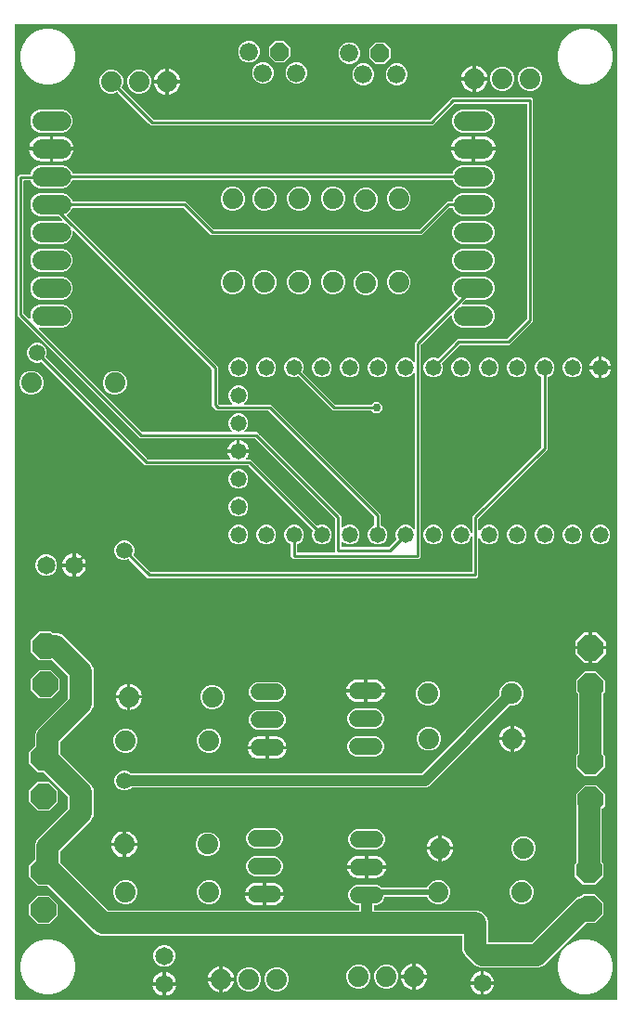
<source format=gbr>
G04 EAGLE Gerber RS-274X export*
G75*
%MOMM*%
%FSLAX34Y34*%
%LPD*%
%INBottom Copper*%
%IPPOS*%
%AMOC8*
5,1,8,0,0,1.08239X$1,22.5*%
G01*
%ADD10C,1.651000*%
%ADD11C,1.524000*%
%ADD12C,1.676400*%
%ADD13P,1.814519X8X292.500000*%
%ADD14C,1.879600*%
%ADD15C,1.473200*%
%ADD16P,2.489497X8X112.500000*%
%ADD17P,2.489497X8X292.500000*%
%ADD18C,1.778000*%
%ADD19C,2.000000*%
%ADD20C,0.500000*%
%ADD21C,1.000000*%
%ADD22C,0.250000*%
%ADD23C,0.756400*%
%ADD24C,1.500000*%

G36*
X559098Y10164D02*
X559098Y10164D01*
X559117Y10162D01*
X559219Y10184D01*
X559321Y10200D01*
X559338Y10210D01*
X559358Y10214D01*
X559447Y10267D01*
X559538Y10316D01*
X559552Y10330D01*
X559569Y10340D01*
X559636Y10419D01*
X559708Y10494D01*
X559716Y10512D01*
X559729Y10527D01*
X559768Y10623D01*
X559811Y10717D01*
X559813Y10737D01*
X559821Y10755D01*
X559839Y10922D01*
X559839Y899078D01*
X559836Y899098D01*
X559838Y899117D01*
X559816Y899219D01*
X559800Y899321D01*
X559790Y899338D01*
X559786Y899358D01*
X559733Y899447D01*
X559684Y899538D01*
X559670Y899552D01*
X559660Y899569D01*
X559581Y899636D01*
X559506Y899708D01*
X559488Y899716D01*
X559473Y899729D01*
X559377Y899768D01*
X559283Y899811D01*
X559263Y899813D01*
X559245Y899821D01*
X559078Y899839D01*
X10922Y899839D01*
X10902Y899836D01*
X10883Y899838D01*
X10781Y899816D01*
X10679Y899800D01*
X10662Y899790D01*
X10642Y899786D01*
X10553Y899733D01*
X10462Y899684D01*
X10448Y899670D01*
X10431Y899660D01*
X10364Y899581D01*
X10292Y899506D01*
X10284Y899488D01*
X10271Y899473D01*
X10232Y899377D01*
X10189Y899283D01*
X10187Y899263D01*
X10179Y899245D01*
X10161Y899078D01*
X10161Y10922D01*
X10164Y10902D01*
X10162Y10883D01*
X10184Y10781D01*
X10200Y10679D01*
X10210Y10662D01*
X10214Y10642D01*
X10267Y10553D01*
X10316Y10462D01*
X10330Y10448D01*
X10340Y10431D01*
X10419Y10364D01*
X10494Y10292D01*
X10512Y10284D01*
X10527Y10271D01*
X10623Y10232D01*
X10717Y10189D01*
X10737Y10187D01*
X10755Y10179D01*
X10922Y10161D01*
X559078Y10161D01*
X559098Y10164D01*
G37*
%LPC*%
G36*
X434008Y39175D02*
X434008Y39175D01*
X429772Y40930D01*
X420230Y50472D01*
X418475Y54708D01*
X418475Y67714D01*
X418472Y67734D01*
X418474Y67753D01*
X418452Y67855D01*
X418436Y67957D01*
X418426Y67974D01*
X418422Y67994D01*
X418369Y68083D01*
X418320Y68174D01*
X418306Y68188D01*
X418296Y68205D01*
X418217Y68272D01*
X418142Y68344D01*
X418124Y68352D01*
X418109Y68365D01*
X418013Y68404D01*
X417919Y68447D01*
X417899Y68449D01*
X417881Y68457D01*
X417714Y68475D01*
X87708Y68475D01*
X83472Y70230D01*
X39949Y113752D01*
X39875Y113805D01*
X39806Y113865D01*
X39776Y113877D01*
X39750Y113896D01*
X39663Y113923D01*
X39578Y113957D01*
X39537Y113961D01*
X39514Y113968D01*
X39482Y113967D01*
X39411Y113975D01*
X30705Y113975D01*
X23075Y121605D01*
X23075Y132395D01*
X28252Y137572D01*
X28305Y137646D01*
X28365Y137715D01*
X28377Y137746D01*
X28396Y137772D01*
X28423Y137859D01*
X28457Y137944D01*
X28461Y137985D01*
X28468Y138007D01*
X28467Y138039D01*
X28475Y138110D01*
X28475Y152292D01*
X30230Y156528D01*
X58252Y184551D01*
X58305Y184625D01*
X58365Y184694D01*
X58377Y184724D01*
X58396Y184750D01*
X58423Y184837D01*
X58457Y184922D01*
X58461Y184963D01*
X58468Y184986D01*
X58467Y185018D01*
X58475Y185089D01*
X58475Y194911D01*
X58461Y195001D01*
X58453Y195092D01*
X58441Y195122D01*
X58436Y195154D01*
X58393Y195234D01*
X58357Y195318D01*
X58331Y195350D01*
X58320Y195371D01*
X58297Y195393D01*
X58252Y195449D01*
X36349Y217352D01*
X36275Y217405D01*
X36206Y217465D01*
X36176Y217477D01*
X36150Y217496D01*
X36063Y217523D01*
X35978Y217557D01*
X35937Y217561D01*
X35914Y217568D01*
X35882Y217567D01*
X35811Y217575D01*
X30705Y217575D01*
X23075Y225205D01*
X23075Y235995D01*
X28252Y241172D01*
X28305Y241246D01*
X28365Y241315D01*
X28377Y241346D01*
X28396Y241372D01*
X28423Y241459D01*
X28457Y241544D01*
X28461Y241585D01*
X28468Y241607D01*
X28467Y241639D01*
X28475Y241710D01*
X28475Y252292D01*
X30230Y256528D01*
X58252Y284551D01*
X58305Y284625D01*
X58365Y284694D01*
X58377Y284724D01*
X58396Y284750D01*
X58423Y284837D01*
X58457Y284922D01*
X58461Y284963D01*
X58468Y284986D01*
X58467Y285018D01*
X58475Y285089D01*
X58475Y304911D01*
X58461Y305001D01*
X58453Y305092D01*
X58441Y305122D01*
X58436Y305154D01*
X58393Y305234D01*
X58357Y305318D01*
X58331Y305350D01*
X58320Y305371D01*
X58297Y305393D01*
X58252Y305449D01*
X43999Y319703D01*
X43983Y319714D01*
X43970Y319730D01*
X43883Y319786D01*
X43799Y319846D01*
X43780Y319852D01*
X43763Y319863D01*
X43663Y319888D01*
X43564Y319919D01*
X43544Y319918D01*
X43525Y319923D01*
X43422Y319915D01*
X43318Y319912D01*
X43299Y319905D01*
X43280Y319904D01*
X43185Y319863D01*
X43087Y319828D01*
X43072Y319815D01*
X43053Y319807D01*
X42922Y319703D01*
X42895Y319675D01*
X32105Y319675D01*
X24475Y327305D01*
X24475Y338095D01*
X32105Y345725D01*
X42895Y345725D01*
X44172Y344448D01*
X44246Y344395D01*
X44315Y344335D01*
X44346Y344323D01*
X44372Y344304D01*
X44459Y344277D01*
X44544Y344243D01*
X44585Y344239D01*
X44607Y344232D01*
X44639Y344233D01*
X44710Y344225D01*
X49592Y344225D01*
X53828Y342470D01*
X79770Y316528D01*
X81525Y312292D01*
X81525Y277708D01*
X79770Y273472D01*
X51748Y245449D01*
X51695Y245375D01*
X51635Y245306D01*
X51623Y245276D01*
X51604Y245250D01*
X51577Y245163D01*
X51543Y245078D01*
X51539Y245037D01*
X51532Y245014D01*
X51533Y244982D01*
X51525Y244911D01*
X51525Y235089D01*
X51539Y234999D01*
X51547Y234908D01*
X51559Y234878D01*
X51564Y234846D01*
X51607Y234766D01*
X51643Y234682D01*
X51669Y234650D01*
X51680Y234629D01*
X51703Y234607D01*
X51748Y234551D01*
X79770Y206528D01*
X81525Y202292D01*
X81525Y177708D01*
X79770Y173472D01*
X51748Y145449D01*
X51695Y145375D01*
X51635Y145306D01*
X51623Y145276D01*
X51604Y145250D01*
X51577Y145163D01*
X51569Y145142D01*
X51553Y145107D01*
X51552Y145100D01*
X51543Y145078D01*
X51539Y145037D01*
X51532Y145014D01*
X51533Y144982D01*
X51525Y144911D01*
X51525Y135089D01*
X51539Y134999D01*
X51547Y134908D01*
X51559Y134878D01*
X51564Y134846D01*
X51607Y134766D01*
X51643Y134682D01*
X51669Y134650D01*
X51680Y134629D01*
X51703Y134607D01*
X51748Y134551D01*
X94551Y91748D01*
X94625Y91695D01*
X94694Y91635D01*
X94724Y91623D01*
X94750Y91604D01*
X94837Y91577D01*
X94922Y91543D01*
X94963Y91539D01*
X94986Y91532D01*
X95018Y91533D01*
X95089Y91525D01*
X323414Y91525D01*
X323434Y91528D01*
X323453Y91526D01*
X323555Y91548D01*
X323657Y91564D01*
X323674Y91574D01*
X323694Y91578D01*
X323783Y91631D01*
X323874Y91680D01*
X323888Y91694D01*
X323905Y91704D01*
X323972Y91783D01*
X324044Y91858D01*
X324052Y91876D01*
X324065Y91891D01*
X324104Y91987D01*
X324147Y92081D01*
X324149Y92101D01*
X324157Y92119D01*
X324175Y92286D01*
X324175Y95894D01*
X324172Y95914D01*
X324174Y95933D01*
X324152Y96035D01*
X324136Y96137D01*
X324126Y96154D01*
X324122Y96174D01*
X324069Y96263D01*
X324020Y96354D01*
X324006Y96368D01*
X323996Y96385D01*
X323917Y96452D01*
X323842Y96524D01*
X323824Y96532D01*
X323809Y96545D01*
X323713Y96584D01*
X323619Y96627D01*
X323599Y96629D01*
X323581Y96637D01*
X323414Y96655D01*
X321261Y96655D01*
X317900Y98047D01*
X315327Y100620D01*
X313935Y103981D01*
X313935Y107619D01*
X315327Y110980D01*
X317900Y113553D01*
X321261Y114945D01*
X340139Y114945D01*
X343500Y113553D01*
X344605Y112448D01*
X344679Y112395D01*
X344748Y112335D01*
X344778Y112323D01*
X344805Y112304D01*
X344892Y112277D01*
X344976Y112243D01*
X345017Y112239D01*
X345040Y112232D01*
X345072Y112233D01*
X345143Y112225D01*
X385436Y112225D01*
X385551Y112244D01*
X385667Y112261D01*
X385672Y112263D01*
X385679Y112264D01*
X385781Y112319D01*
X385886Y112372D01*
X385890Y112377D01*
X385896Y112380D01*
X385976Y112464D01*
X386058Y112548D01*
X386062Y112554D01*
X386065Y112558D01*
X386073Y112575D01*
X386139Y112695D01*
X386840Y114387D01*
X389913Y117460D01*
X393927Y119123D01*
X398273Y119123D01*
X402287Y117460D01*
X405360Y114387D01*
X407023Y110373D01*
X407023Y106027D01*
X405360Y102013D01*
X402287Y98940D01*
X398273Y97277D01*
X393927Y97277D01*
X389913Y98940D01*
X386840Y102013D01*
X386139Y103705D01*
X386078Y103805D01*
X386018Y103905D01*
X386013Y103909D01*
X386009Y103914D01*
X385920Y103989D01*
X385831Y104065D01*
X385825Y104067D01*
X385820Y104071D01*
X385712Y104113D01*
X385602Y104157D01*
X385595Y104158D01*
X385590Y104159D01*
X385572Y104160D01*
X385436Y104175D01*
X348054Y104175D01*
X347939Y104156D01*
X347823Y104139D01*
X347817Y104137D01*
X347811Y104136D01*
X347708Y104081D01*
X347604Y104028D01*
X347599Y104023D01*
X347594Y104020D01*
X347514Y103936D01*
X347431Y103852D01*
X347428Y103846D01*
X347424Y103842D01*
X347417Y103825D01*
X347351Y103705D01*
X346073Y100620D01*
X343500Y98047D01*
X340139Y96655D01*
X337986Y96655D01*
X337966Y96652D01*
X337947Y96654D01*
X337845Y96632D01*
X337743Y96616D01*
X337726Y96606D01*
X337706Y96602D01*
X337617Y96549D01*
X337526Y96500D01*
X337512Y96486D01*
X337495Y96476D01*
X337428Y96397D01*
X337356Y96322D01*
X337348Y96304D01*
X337335Y96289D01*
X337296Y96193D01*
X337253Y96099D01*
X337251Y96079D01*
X337243Y96061D01*
X337225Y95894D01*
X337225Y92286D01*
X337228Y92266D01*
X337226Y92247D01*
X337248Y92145D01*
X337264Y92043D01*
X337274Y92026D01*
X337278Y92006D01*
X337331Y91917D01*
X337380Y91826D01*
X337394Y91812D01*
X337404Y91795D01*
X337483Y91728D01*
X337558Y91656D01*
X337576Y91648D01*
X337591Y91635D01*
X337687Y91596D01*
X337781Y91553D01*
X337801Y91551D01*
X337819Y91543D01*
X337986Y91525D01*
X432292Y91525D01*
X436528Y89770D01*
X439770Y86528D01*
X441525Y82292D01*
X441525Y62986D01*
X441528Y62966D01*
X441526Y62947D01*
X441548Y62845D01*
X441564Y62743D01*
X441574Y62726D01*
X441578Y62706D01*
X441631Y62617D01*
X441680Y62526D01*
X441694Y62512D01*
X441704Y62495D01*
X441783Y62428D01*
X441858Y62356D01*
X441876Y62348D01*
X441891Y62335D01*
X441987Y62296D01*
X442081Y62253D01*
X442101Y62251D01*
X442119Y62243D01*
X442286Y62225D01*
X480611Y62225D01*
X480701Y62239D01*
X480792Y62247D01*
X480822Y62259D01*
X480854Y62264D01*
X480934Y62307D01*
X481018Y62343D01*
X481050Y62369D01*
X481071Y62380D01*
X481093Y62403D01*
X481149Y62448D01*
X521772Y103070D01*
X526008Y104825D01*
X526690Y104825D01*
X526780Y104839D01*
X526871Y104847D01*
X526900Y104859D01*
X526932Y104864D01*
X527013Y104907D01*
X527097Y104943D01*
X527129Y104969D01*
X527150Y104980D01*
X527172Y105003D01*
X527228Y105048D01*
X528505Y106325D01*
X539295Y106325D01*
X546925Y98695D01*
X546925Y87905D01*
X539295Y80275D01*
X531889Y80275D01*
X531799Y80261D01*
X531708Y80253D01*
X531678Y80241D01*
X531646Y80236D01*
X531566Y80193D01*
X531482Y80157D01*
X531450Y80131D01*
X531429Y80120D01*
X531407Y80097D01*
X531351Y80052D01*
X492228Y40930D01*
X487992Y39175D01*
X434008Y39175D01*
G37*
%LPD*%
%LPC*%
G36*
X263851Y412225D02*
X263851Y412225D01*
X261725Y414351D01*
X261725Y425317D01*
X261706Y425432D01*
X261689Y425548D01*
X261687Y425554D01*
X261686Y425560D01*
X261631Y425663D01*
X261578Y425768D01*
X261573Y425772D01*
X261570Y425778D01*
X261486Y425857D01*
X261402Y425940D01*
X261396Y425943D01*
X261392Y425947D01*
X261375Y425955D01*
X261255Y426021D01*
X259464Y426763D01*
X256963Y429264D01*
X255609Y432532D01*
X255609Y436068D01*
X256963Y439336D01*
X259464Y441837D01*
X262732Y443191D01*
X266268Y443191D01*
X269536Y441837D01*
X272037Y439336D01*
X273391Y436068D01*
X273391Y432532D01*
X272037Y429264D01*
X269536Y426763D01*
X267745Y426021D01*
X267645Y425959D01*
X267545Y425899D01*
X267541Y425894D01*
X267536Y425891D01*
X267461Y425801D01*
X267385Y425712D01*
X267383Y425706D01*
X267379Y425702D01*
X267337Y425594D01*
X267293Y425484D01*
X267292Y425477D01*
X267291Y425472D01*
X267290Y425454D01*
X267275Y425317D01*
X267275Y418536D01*
X267278Y418516D01*
X267276Y418497D01*
X267298Y418395D01*
X267314Y418293D01*
X267324Y418276D01*
X267328Y418256D01*
X267381Y418167D01*
X267430Y418076D01*
X267444Y418062D01*
X267454Y418045D01*
X267533Y417978D01*
X267608Y417906D01*
X267626Y417898D01*
X267641Y417885D01*
X267737Y417846D01*
X267831Y417803D01*
X267851Y417801D01*
X267869Y417793D01*
X268036Y417775D01*
X301464Y417775D01*
X301484Y417778D01*
X301503Y417776D01*
X301605Y417798D01*
X301707Y417814D01*
X301724Y417824D01*
X301744Y417828D01*
X301833Y417881D01*
X301924Y417930D01*
X301938Y417944D01*
X301955Y417954D01*
X302022Y418033D01*
X302094Y418108D01*
X302102Y418126D01*
X302115Y418141D01*
X302154Y418237D01*
X302197Y418331D01*
X302199Y418351D01*
X302207Y418369D01*
X302225Y418536D01*
X302225Y448535D01*
X302211Y448625D01*
X302203Y448716D01*
X302191Y448746D01*
X302186Y448778D01*
X302143Y448859D01*
X302107Y448943D01*
X302081Y448975D01*
X302070Y448995D01*
X302047Y449018D01*
X302002Y449074D01*
X229074Y522002D01*
X229000Y522055D01*
X228930Y522115D01*
X228900Y522127D01*
X228874Y522146D01*
X228787Y522173D01*
X228702Y522207D01*
X228661Y522211D01*
X228639Y522218D01*
X228607Y522217D01*
X228535Y522225D01*
X123851Y522225D01*
X12225Y633851D01*
X12225Y761149D01*
X13851Y762775D01*
X23488Y762775D01*
X23603Y762794D01*
X23719Y762811D01*
X23724Y762813D01*
X23731Y762814D01*
X23833Y762869D01*
X23938Y762922D01*
X23943Y762927D01*
X23948Y762930D01*
X24028Y763014D01*
X24110Y763098D01*
X24114Y763104D01*
X24117Y763108D01*
X24125Y763125D01*
X24191Y763245D01*
X25581Y766600D01*
X28510Y769529D01*
X32338Y771115D01*
X54262Y771115D01*
X58090Y769529D01*
X61019Y766600D01*
X62119Y763945D01*
X62180Y763845D01*
X62240Y763745D01*
X62245Y763741D01*
X62248Y763736D01*
X62339Y763661D01*
X62427Y763585D01*
X62433Y763583D01*
X62438Y763579D01*
X62546Y763537D01*
X62655Y763493D01*
X62663Y763492D01*
X62668Y763491D01*
X62686Y763490D01*
X62822Y763475D01*
X408678Y763475D01*
X408793Y763494D01*
X408909Y763511D01*
X408914Y763513D01*
X408921Y763514D01*
X409023Y763569D01*
X409128Y763622D01*
X409132Y763627D01*
X409138Y763630D01*
X409218Y763714D01*
X409300Y763798D01*
X409304Y763804D01*
X409307Y763808D01*
X409315Y763825D01*
X409381Y763945D01*
X410481Y766600D01*
X413410Y769529D01*
X417238Y771115D01*
X439162Y771115D01*
X442990Y769529D01*
X445919Y766600D01*
X447505Y762772D01*
X447505Y758628D01*
X445919Y754800D01*
X442990Y751871D01*
X439162Y750285D01*
X417238Y750285D01*
X413410Y751871D01*
X410481Y754800D01*
X409381Y757455D01*
X409320Y757555D01*
X409260Y757655D01*
X409255Y757659D01*
X409252Y757664D01*
X409161Y757739D01*
X409073Y757815D01*
X409067Y757817D01*
X409062Y757821D01*
X408954Y757863D01*
X408845Y757907D01*
X408837Y757908D01*
X408832Y757909D01*
X408814Y757910D01*
X408678Y757925D01*
X62822Y757925D01*
X62707Y757906D01*
X62591Y757889D01*
X62586Y757887D01*
X62579Y757886D01*
X62477Y757831D01*
X62372Y757778D01*
X62368Y757773D01*
X62362Y757770D01*
X62282Y757686D01*
X62200Y757602D01*
X62196Y757596D01*
X62193Y757592D01*
X62185Y757575D01*
X62119Y757455D01*
X61019Y754800D01*
X58090Y751871D01*
X54262Y750285D01*
X32338Y750285D01*
X28510Y751871D01*
X25581Y754800D01*
X24771Y756755D01*
X24710Y756855D01*
X24650Y756955D01*
X24645Y756959D01*
X24641Y756964D01*
X24552Y757039D01*
X24463Y757115D01*
X24457Y757117D01*
X24452Y757121D01*
X24344Y757163D01*
X24235Y757207D01*
X24227Y757208D01*
X24222Y757209D01*
X24204Y757210D01*
X24068Y757225D01*
X18536Y757225D01*
X18516Y757222D01*
X18497Y757224D01*
X18395Y757202D01*
X18293Y757186D01*
X18276Y757176D01*
X18256Y757172D01*
X18167Y757119D01*
X18076Y757070D01*
X18062Y757056D01*
X18045Y757046D01*
X17978Y756967D01*
X17906Y756892D01*
X17898Y756874D01*
X17885Y756859D01*
X17846Y756763D01*
X17803Y756669D01*
X17801Y756649D01*
X17793Y756631D01*
X17775Y756464D01*
X17775Y636465D01*
X17789Y636375D01*
X17797Y636284D01*
X17809Y636254D01*
X17814Y636222D01*
X17857Y636141D01*
X17893Y636057D01*
X17919Y636025D01*
X17930Y636005D01*
X17953Y635982D01*
X17998Y635926D01*
X22696Y631228D01*
X22754Y631186D01*
X22806Y631137D01*
X22853Y631115D01*
X22895Y631085D01*
X22964Y631064D01*
X23029Y631033D01*
X23081Y631028D01*
X23131Y631012D01*
X23202Y631014D01*
X23273Y631006D01*
X23324Y631017D01*
X23376Y631019D01*
X23444Y631043D01*
X23514Y631059D01*
X23559Y631085D01*
X23607Y631103D01*
X23663Y631148D01*
X23725Y631185D01*
X23759Y631224D01*
X23799Y631257D01*
X23838Y631317D01*
X23885Y631372D01*
X23904Y631420D01*
X23932Y631464D01*
X23950Y631533D01*
X23977Y631600D01*
X23985Y631671D01*
X23993Y631702D01*
X23991Y631726D01*
X23995Y631767D01*
X23995Y635772D01*
X25581Y639600D01*
X28510Y642529D01*
X32338Y644115D01*
X54262Y644115D01*
X58090Y642529D01*
X61019Y639600D01*
X62605Y635772D01*
X62605Y631628D01*
X61019Y627800D01*
X58090Y624871D01*
X54262Y623285D01*
X32477Y623285D01*
X32406Y623274D01*
X32334Y623272D01*
X32285Y623254D01*
X32234Y623246D01*
X32171Y623212D01*
X32103Y623187D01*
X32063Y623155D01*
X32016Y623130D01*
X31967Y623078D01*
X31911Y623034D01*
X31883Y622990D01*
X31847Y622952D01*
X31817Y622887D01*
X31778Y622827D01*
X31765Y622776D01*
X31743Y622729D01*
X31736Y622658D01*
X31718Y622588D01*
X31722Y622536D01*
X31716Y622485D01*
X31732Y622414D01*
X31737Y622343D01*
X31758Y622295D01*
X31769Y622244D01*
X31805Y622183D01*
X31834Y622117D01*
X31878Y622061D01*
X31895Y622033D01*
X31913Y622018D01*
X31938Y621986D01*
X125926Y527998D01*
X126000Y527945D01*
X126070Y527885D01*
X126100Y527873D01*
X126126Y527854D01*
X126213Y527827D01*
X126298Y527793D01*
X126339Y527789D01*
X126361Y527782D01*
X126393Y527783D01*
X126465Y527775D01*
X207414Y527775D01*
X207485Y527786D01*
X207557Y527788D01*
X207605Y527806D01*
X207657Y527814D01*
X207720Y527848D01*
X207788Y527873D01*
X207828Y527905D01*
X207874Y527930D01*
X207924Y527982D01*
X207980Y528026D01*
X208008Y528070D01*
X208044Y528108D01*
X208074Y528173D01*
X208113Y528233D01*
X208125Y528284D01*
X208147Y528331D01*
X208155Y528402D01*
X208173Y528472D01*
X208169Y528524D01*
X208174Y528575D01*
X208159Y528646D01*
X208153Y528717D01*
X208133Y528765D01*
X208122Y528816D01*
X208085Y528877D01*
X208057Y528943D01*
X208012Y528999D01*
X207996Y529027D01*
X207978Y529042D01*
X207952Y529074D01*
X206163Y530864D01*
X204809Y534132D01*
X204809Y537668D01*
X206163Y540936D01*
X208664Y543437D01*
X211932Y544791D01*
X215468Y544791D01*
X218736Y543437D01*
X221237Y540936D01*
X222591Y537668D01*
X222591Y534132D01*
X221237Y530864D01*
X219448Y529074D01*
X219406Y529016D01*
X219356Y528964D01*
X219334Y528917D01*
X219304Y528875D01*
X219283Y528806D01*
X219253Y528741D01*
X219247Y528689D01*
X219232Y528639D01*
X219234Y528568D01*
X219226Y528497D01*
X219237Y528446D01*
X219238Y528394D01*
X219263Y528326D01*
X219278Y528256D01*
X219305Y528211D01*
X219323Y528163D01*
X219367Y528107D01*
X219404Y528045D01*
X219444Y528011D01*
X219476Y527971D01*
X219537Y527932D01*
X219591Y527885D01*
X219639Y527866D01*
X219683Y527838D01*
X219753Y527820D01*
X219819Y527793D01*
X219891Y527785D01*
X219922Y527777D01*
X219945Y527779D01*
X219986Y527775D01*
X231149Y527775D01*
X232998Y525927D01*
X232998Y525926D01*
X305926Y452998D01*
X307775Y451149D01*
X307775Y441186D01*
X307786Y441115D01*
X307788Y441043D01*
X307806Y440995D01*
X307814Y440943D01*
X307848Y440880D01*
X307873Y440812D01*
X307905Y440772D01*
X307930Y440726D01*
X307982Y440676D01*
X308026Y440620D01*
X308070Y440592D01*
X308108Y440556D01*
X308173Y440526D01*
X308233Y440487D01*
X308284Y440475D01*
X308331Y440453D01*
X308402Y440445D01*
X308472Y440427D01*
X308524Y440431D01*
X308575Y440426D01*
X308646Y440441D01*
X308717Y440447D01*
X308765Y440467D01*
X308816Y440478D01*
X308877Y440515D01*
X308943Y440543D01*
X308999Y440588D01*
X309027Y440604D01*
X309042Y440622D01*
X309074Y440648D01*
X310264Y441837D01*
X313532Y443191D01*
X317068Y443191D01*
X320336Y441837D01*
X322837Y439336D01*
X324191Y436068D01*
X324191Y432532D01*
X322837Y429264D01*
X320336Y426763D01*
X317068Y425409D01*
X313532Y425409D01*
X310264Y426763D01*
X309074Y427952D01*
X309016Y427994D01*
X308964Y428044D01*
X308917Y428066D01*
X308875Y428096D01*
X308806Y428117D01*
X308741Y428147D01*
X308689Y428153D01*
X308639Y428168D01*
X308568Y428166D01*
X308497Y428174D01*
X308446Y428163D01*
X308394Y428162D01*
X308326Y428137D01*
X308256Y428122D01*
X308211Y428095D01*
X308163Y428077D01*
X308107Y428033D01*
X308045Y427996D01*
X308011Y427956D01*
X307971Y427924D01*
X307932Y427863D01*
X307885Y427809D01*
X307866Y427761D01*
X307838Y427717D01*
X307820Y427647D01*
X307793Y427581D01*
X307785Y427509D01*
X307777Y427478D01*
X307779Y427455D01*
X307775Y427414D01*
X307775Y423536D01*
X307778Y423516D01*
X307776Y423497D01*
X307798Y423395D01*
X307814Y423293D01*
X307824Y423276D01*
X307828Y423256D01*
X307881Y423167D01*
X307930Y423076D01*
X307944Y423062D01*
X307954Y423045D01*
X308033Y422978D01*
X308108Y422906D01*
X308126Y422898D01*
X308141Y422885D01*
X308237Y422846D01*
X308331Y422803D01*
X308351Y422801D01*
X308369Y422793D01*
X308536Y422775D01*
X350335Y422775D01*
X350425Y422789D01*
X350516Y422797D01*
X350546Y422809D01*
X350578Y422814D01*
X350659Y422857D01*
X350743Y422893D01*
X350775Y422919D01*
X350795Y422930D01*
X350818Y422953D01*
X350874Y422998D01*
X357786Y429910D01*
X357855Y430005D01*
X357924Y430099D01*
X357926Y430105D01*
X357930Y430110D01*
X357964Y430222D01*
X358000Y430333D01*
X358000Y430339D01*
X358002Y430345D01*
X357999Y430462D01*
X357998Y430579D01*
X357996Y430586D01*
X357996Y430591D01*
X357989Y430609D01*
X357951Y430740D01*
X357209Y432532D01*
X357209Y436068D01*
X358563Y439336D01*
X361064Y441837D01*
X364332Y443191D01*
X367868Y443191D01*
X371136Y441837D01*
X373426Y439548D01*
X373484Y439506D01*
X373536Y439456D01*
X373583Y439434D01*
X373625Y439404D01*
X373694Y439383D01*
X373759Y439353D01*
X373811Y439347D01*
X373861Y439332D01*
X373932Y439334D01*
X374003Y439326D01*
X374054Y439337D01*
X374106Y439338D01*
X374174Y439363D01*
X374244Y439378D01*
X374289Y439405D01*
X374337Y439423D01*
X374393Y439467D01*
X374455Y439504D01*
X374489Y439544D01*
X374529Y439576D01*
X374568Y439637D01*
X374615Y439691D01*
X374634Y439739D01*
X374662Y439783D01*
X374680Y439853D01*
X374707Y439919D01*
X374715Y439991D01*
X374723Y440022D01*
X374721Y440045D01*
X374725Y440086D01*
X374725Y580914D01*
X374714Y580985D01*
X374712Y581057D01*
X374694Y581105D01*
X374686Y581157D01*
X374652Y581220D01*
X374627Y581288D01*
X374595Y581328D01*
X374570Y581374D01*
X374518Y581424D01*
X374474Y581480D01*
X374430Y581508D01*
X374392Y581544D01*
X374327Y581574D01*
X374267Y581613D01*
X374216Y581625D01*
X374169Y581647D01*
X374098Y581655D01*
X374028Y581673D01*
X373976Y581669D01*
X373925Y581674D01*
X373854Y581659D01*
X373783Y581653D01*
X373735Y581633D01*
X373684Y581622D01*
X373623Y581585D01*
X373557Y581557D01*
X373501Y581512D01*
X373473Y581496D01*
X373458Y581478D01*
X373426Y581452D01*
X371136Y579163D01*
X367868Y577809D01*
X364332Y577809D01*
X361064Y579163D01*
X358563Y581664D01*
X357209Y584932D01*
X357209Y588468D01*
X358563Y591736D01*
X361064Y594237D01*
X364332Y595591D01*
X367868Y595591D01*
X371136Y594237D01*
X373426Y591948D01*
X373484Y591906D01*
X373536Y591856D01*
X373583Y591834D01*
X373625Y591804D01*
X373694Y591783D01*
X373759Y591753D01*
X373811Y591747D01*
X373861Y591732D01*
X373932Y591734D01*
X374003Y591726D01*
X374054Y591737D01*
X374106Y591738D01*
X374174Y591763D01*
X374244Y591778D01*
X374289Y591805D01*
X374337Y591823D01*
X374393Y591867D01*
X374455Y591904D01*
X374489Y591944D01*
X374529Y591976D01*
X374568Y592037D01*
X374615Y592091D01*
X374634Y592139D01*
X374662Y592183D01*
X374680Y592253D01*
X374707Y592319D01*
X374715Y592391D01*
X374723Y592422D01*
X374721Y592445D01*
X374725Y592486D01*
X374725Y609549D01*
X376574Y611398D01*
X414045Y648869D01*
X414072Y648906D01*
X414105Y648937D01*
X414143Y649005D01*
X414188Y649069D01*
X414202Y649112D01*
X414224Y649153D01*
X414238Y649229D01*
X414261Y649304D01*
X414259Y649350D01*
X414268Y649395D01*
X414256Y649472D01*
X414254Y649550D01*
X414239Y649593D01*
X414232Y649638D01*
X414197Y649707D01*
X414170Y649781D01*
X414141Y649816D01*
X414120Y649857D01*
X414065Y649912D01*
X414016Y649973D01*
X413977Y649997D01*
X413945Y650030D01*
X413825Y650095D01*
X413809Y650106D01*
X413804Y650107D01*
X413798Y650110D01*
X413410Y650271D01*
X410481Y653200D01*
X408895Y657028D01*
X408895Y661172D01*
X410481Y665000D01*
X413410Y667929D01*
X417238Y669515D01*
X439162Y669515D01*
X442990Y667929D01*
X445919Y665000D01*
X447505Y661172D01*
X447505Y657028D01*
X445919Y653200D01*
X442990Y650271D01*
X439162Y648685D01*
X422025Y648685D01*
X421935Y648671D01*
X421844Y648663D01*
X421814Y648651D01*
X421782Y648646D01*
X421701Y648603D01*
X421617Y648567D01*
X421585Y648541D01*
X421565Y648530D01*
X421542Y648507D01*
X421486Y648462D01*
X418438Y645414D01*
X418396Y645356D01*
X418347Y645304D01*
X418325Y645257D01*
X418295Y645215D01*
X418274Y645146D01*
X418243Y645081D01*
X418238Y645029D01*
X418222Y644979D01*
X418224Y644908D01*
X418216Y644837D01*
X418227Y644786D01*
X418229Y644734D01*
X418253Y644666D01*
X418269Y644596D01*
X418295Y644551D01*
X418313Y644503D01*
X418358Y644447D01*
X418395Y644385D01*
X418434Y644351D01*
X418467Y644311D01*
X418527Y644272D01*
X418582Y644225D01*
X418630Y644206D01*
X418674Y644178D01*
X418743Y644160D01*
X418810Y644133D01*
X418881Y644125D01*
X418912Y644117D01*
X418936Y644119D01*
X418977Y644115D01*
X439162Y644115D01*
X442990Y642529D01*
X445919Y639600D01*
X447505Y635772D01*
X447505Y631628D01*
X445919Y627800D01*
X442990Y624871D01*
X439162Y623285D01*
X417238Y623285D01*
X413410Y624871D01*
X410481Y627800D01*
X408895Y631628D01*
X408895Y634033D01*
X408884Y634104D01*
X408882Y634176D01*
X408864Y634225D01*
X408856Y634276D01*
X408822Y634339D01*
X408797Y634407D01*
X408765Y634447D01*
X408740Y634494D01*
X408688Y634543D01*
X408644Y634599D01*
X408600Y634627D01*
X408562Y634663D01*
X408497Y634693D01*
X408437Y634732D01*
X408386Y634745D01*
X408339Y634767D01*
X408268Y634774D01*
X408198Y634792D01*
X408146Y634788D01*
X408095Y634794D01*
X408024Y634778D01*
X407953Y634773D01*
X407905Y634752D01*
X407854Y634741D01*
X407793Y634705D01*
X407727Y634676D01*
X407671Y634632D01*
X407643Y634615D01*
X407628Y634597D01*
X407596Y634572D01*
X380498Y607474D01*
X380445Y607400D01*
X380385Y607330D01*
X380373Y607300D01*
X380354Y607274D01*
X380327Y607187D01*
X380293Y607102D01*
X380289Y607061D01*
X380282Y607039D01*
X380283Y607007D01*
X380275Y606935D01*
X380275Y413851D01*
X378649Y412225D01*
X263851Y412225D01*
G37*
%LPD*%
%LPC*%
G36*
X338932Y425409D02*
X338932Y425409D01*
X335664Y426763D01*
X333163Y429264D01*
X331809Y432532D01*
X331809Y436068D01*
X333163Y439336D01*
X335664Y441837D01*
X337455Y442579D01*
X337555Y442641D01*
X337655Y442701D01*
X337659Y442706D01*
X337664Y442709D01*
X337739Y442799D01*
X337815Y442888D01*
X337817Y442894D01*
X337821Y442898D01*
X337863Y443006D01*
X337907Y443116D01*
X337908Y443123D01*
X337909Y443128D01*
X337910Y443146D01*
X337925Y443283D01*
X337925Y450335D01*
X337911Y450425D01*
X337903Y450516D01*
X337891Y450546D01*
X337886Y450578D01*
X337843Y450659D01*
X337807Y450743D01*
X337781Y450775D01*
X337770Y450795D01*
X337747Y450818D01*
X337702Y450874D01*
X241574Y547002D01*
X241500Y547055D01*
X241430Y547115D01*
X241400Y547127D01*
X241374Y547146D01*
X241287Y547173D01*
X241202Y547207D01*
X241161Y547211D01*
X241139Y547218D01*
X241107Y547217D01*
X241035Y547225D01*
X193851Y547225D01*
X189725Y551351D01*
X189725Y584635D01*
X189711Y584725D01*
X189703Y584816D01*
X189691Y584846D01*
X189686Y584878D01*
X189643Y584959D01*
X189607Y585043D01*
X189581Y585075D01*
X189570Y585095D01*
X189547Y585118D01*
X189502Y585174D01*
X63904Y710772D01*
X63846Y710813D01*
X63794Y710863D01*
X63747Y710885D01*
X63705Y710915D01*
X63636Y710936D01*
X63571Y710967D01*
X63519Y710972D01*
X63469Y710988D01*
X63398Y710986D01*
X63327Y710994D01*
X63276Y710983D01*
X63224Y710981D01*
X63156Y710957D01*
X63086Y710941D01*
X63042Y710915D01*
X62993Y710897D01*
X62937Y710852D01*
X62875Y710815D01*
X62841Y710776D01*
X62801Y710743D01*
X62762Y710683D01*
X62715Y710628D01*
X62696Y710580D01*
X62668Y710536D01*
X62650Y710467D01*
X62623Y710400D01*
X62615Y710329D01*
X62607Y710298D01*
X62609Y710274D01*
X62605Y710233D01*
X62605Y707828D01*
X61019Y704000D01*
X58090Y701071D01*
X54262Y699485D01*
X32338Y699485D01*
X28510Y701071D01*
X25581Y704000D01*
X23995Y707828D01*
X23995Y711972D01*
X25581Y715800D01*
X28510Y718729D01*
X32338Y720315D01*
X52523Y720315D01*
X52594Y720326D01*
X52666Y720328D01*
X52715Y720346D01*
X52766Y720354D01*
X52829Y720388D01*
X52897Y720413D01*
X52937Y720445D01*
X52984Y720470D01*
X53033Y720522D01*
X53089Y720566D01*
X53117Y720610D01*
X53153Y720648D01*
X53183Y720713D01*
X53222Y720773D01*
X53235Y720824D01*
X53257Y720871D01*
X53264Y720942D01*
X53282Y721012D01*
X53278Y721064D01*
X53284Y721115D01*
X53268Y721186D01*
X53263Y721257D01*
X53242Y721305D01*
X53231Y721356D01*
X53195Y721417D01*
X53166Y721483D01*
X53122Y721539D01*
X53105Y721567D01*
X53087Y721582D01*
X53062Y721614D01*
X50014Y724662D01*
X49940Y724715D01*
X49870Y724775D01*
X49840Y724787D01*
X49814Y724806D01*
X49727Y724833D01*
X49642Y724867D01*
X49601Y724871D01*
X49579Y724878D01*
X49547Y724877D01*
X49475Y724885D01*
X32338Y724885D01*
X28510Y726471D01*
X25581Y729400D01*
X23995Y733228D01*
X23995Y737372D01*
X25581Y741200D01*
X28510Y744129D01*
X32338Y745715D01*
X54262Y745715D01*
X58090Y744129D01*
X61019Y741200D01*
X62119Y738545D01*
X62180Y738445D01*
X62240Y738345D01*
X62245Y738341D01*
X62248Y738336D01*
X62339Y738261D01*
X62427Y738185D01*
X62433Y738183D01*
X62438Y738179D01*
X62546Y738137D01*
X62655Y738093D01*
X62663Y738092D01*
X62668Y738091D01*
X62686Y738090D01*
X62822Y738075D01*
X165849Y738075D01*
X190926Y712998D01*
X191000Y712945D01*
X191070Y712885D01*
X191100Y712873D01*
X191126Y712854D01*
X191213Y712827D01*
X191298Y712793D01*
X191339Y712789D01*
X191361Y712782D01*
X191393Y712783D01*
X191465Y712775D01*
X378535Y712775D01*
X378625Y712789D01*
X378716Y712797D01*
X378746Y712809D01*
X378778Y712814D01*
X378859Y712857D01*
X378943Y712893D01*
X378975Y712919D01*
X378995Y712930D01*
X379013Y712948D01*
X379015Y712949D01*
X379022Y712956D01*
X379074Y712998D01*
X404151Y738075D01*
X408678Y738075D01*
X408793Y738094D01*
X408909Y738111D01*
X408914Y738113D01*
X408921Y738114D01*
X409023Y738169D01*
X409128Y738222D01*
X409132Y738227D01*
X409138Y738230D01*
X409218Y738314D01*
X409300Y738398D01*
X409304Y738404D01*
X409307Y738408D01*
X409315Y738425D01*
X409381Y738545D01*
X410481Y741200D01*
X413410Y744129D01*
X417238Y745715D01*
X439162Y745715D01*
X442990Y744129D01*
X445919Y741200D01*
X447505Y737372D01*
X447505Y733228D01*
X445919Y729400D01*
X442990Y726471D01*
X439162Y724885D01*
X417238Y724885D01*
X413410Y726471D01*
X410481Y729400D01*
X409381Y732055D01*
X409320Y732155D01*
X409260Y732255D01*
X409255Y732259D01*
X409252Y732264D01*
X409161Y732339D01*
X409073Y732415D01*
X409067Y732417D01*
X409062Y732421D01*
X408954Y732463D01*
X408845Y732507D01*
X408837Y732508D01*
X408832Y732509D01*
X408814Y732510D01*
X408678Y732525D01*
X406765Y732525D01*
X406675Y732511D01*
X406584Y732503D01*
X406554Y732491D01*
X406522Y732486D01*
X406441Y732443D01*
X406357Y732407D01*
X406325Y732381D01*
X406305Y732370D01*
X406282Y732347D01*
X406226Y732302D01*
X381149Y707225D01*
X188851Y707225D01*
X163774Y732302D01*
X163700Y732355D01*
X163630Y732415D01*
X163600Y732427D01*
X163574Y732446D01*
X163487Y732473D01*
X163402Y732507D01*
X163361Y732511D01*
X163339Y732518D01*
X163307Y732517D01*
X163235Y732525D01*
X62822Y732525D01*
X62707Y732506D01*
X62591Y732489D01*
X62586Y732487D01*
X62579Y732486D01*
X62477Y732431D01*
X62372Y732378D01*
X62368Y732373D01*
X62362Y732370D01*
X62282Y732286D01*
X62200Y732202D01*
X62196Y732196D01*
X62193Y732192D01*
X62185Y732175D01*
X62119Y732055D01*
X61019Y729400D01*
X58090Y726471D01*
X57702Y726310D01*
X57663Y726286D01*
X57620Y726270D01*
X57559Y726222D01*
X57493Y726181D01*
X57464Y726145D01*
X57428Y726117D01*
X57386Y726051D01*
X57336Y725991D01*
X57320Y725949D01*
X57295Y725910D01*
X57276Y725834D01*
X57248Y725762D01*
X57246Y725716D01*
X57235Y725671D01*
X57241Y725594D01*
X57238Y725516D01*
X57251Y725472D01*
X57254Y725426D01*
X57285Y725355D01*
X57306Y725280D01*
X57332Y725242D01*
X57350Y725200D01*
X57436Y725093D01*
X57447Y725078D01*
X57451Y725075D01*
X57455Y725069D01*
X193426Y589098D01*
X195275Y587249D01*
X195275Y553965D01*
X195289Y553875D01*
X195297Y553784D01*
X195309Y553754D01*
X195314Y553722D01*
X195357Y553641D01*
X195393Y553557D01*
X195419Y553525D01*
X195430Y553505D01*
X195453Y553482D01*
X195498Y553426D01*
X195926Y552998D01*
X196000Y552945D01*
X196070Y552885D01*
X196100Y552873D01*
X196126Y552854D01*
X196213Y552827D01*
X196298Y552793D01*
X196339Y552789D01*
X196361Y552782D01*
X196393Y552783D01*
X196465Y552775D01*
X207814Y552775D01*
X207885Y552786D01*
X207957Y552788D01*
X208005Y552806D01*
X208057Y552814D01*
X208120Y552848D01*
X208188Y552873D01*
X208228Y552905D01*
X208274Y552930D01*
X208324Y552982D01*
X208380Y553026D01*
X208408Y553070D01*
X208444Y553108D01*
X208474Y553173D01*
X208513Y553233D01*
X208525Y553284D01*
X208547Y553331D01*
X208555Y553402D01*
X208573Y553472D01*
X208569Y553524D01*
X208574Y553575D01*
X208559Y553646D01*
X208553Y553717D01*
X208533Y553765D01*
X208522Y553816D01*
X208485Y553877D01*
X208457Y553943D01*
X208412Y553999D01*
X208396Y554027D01*
X208378Y554042D01*
X208352Y554074D01*
X206163Y556264D01*
X204809Y559532D01*
X204809Y563068D01*
X206163Y566336D01*
X208664Y568837D01*
X211932Y570191D01*
X215468Y570191D01*
X218736Y568837D01*
X221237Y566336D01*
X222591Y563068D01*
X222591Y559532D01*
X221237Y556264D01*
X219048Y554074D01*
X219006Y554016D01*
X218956Y553964D01*
X218934Y553917D01*
X218904Y553875D01*
X218883Y553806D01*
X218853Y553741D01*
X218847Y553689D01*
X218832Y553639D01*
X218834Y553568D01*
X218826Y553497D01*
X218837Y553446D01*
X218838Y553394D01*
X218863Y553326D01*
X218878Y553256D01*
X218905Y553211D01*
X218923Y553163D01*
X218967Y553107D01*
X219004Y553045D01*
X219044Y553011D01*
X219076Y552971D01*
X219137Y552932D01*
X219191Y552885D01*
X219239Y552866D01*
X219283Y552838D01*
X219353Y552820D01*
X219419Y552793D01*
X219491Y552785D01*
X219522Y552777D01*
X219545Y552779D01*
X219586Y552775D01*
X243649Y552775D01*
X343475Y452949D01*
X343475Y443283D01*
X343476Y443275D01*
X343476Y443273D01*
X343478Y443261D01*
X343494Y443168D01*
X343511Y443052D01*
X343513Y443046D01*
X343514Y443040D01*
X343569Y442937D01*
X343622Y442832D01*
X343627Y442828D01*
X343630Y442822D01*
X343714Y442743D01*
X343798Y442660D01*
X343804Y442657D01*
X343808Y442653D01*
X343825Y442645D01*
X343945Y442579D01*
X345736Y441837D01*
X348237Y439336D01*
X349591Y436068D01*
X349591Y432532D01*
X348237Y429264D01*
X345736Y426763D01*
X342468Y425409D01*
X338932Y425409D01*
G37*
%LPD*%
%LPC*%
G36*
X108205Y200975D02*
X108205Y200975D01*
X104888Y202349D01*
X102349Y204888D01*
X100975Y208205D01*
X100975Y211795D01*
X102349Y215112D01*
X104888Y217651D01*
X108205Y219025D01*
X111795Y219025D01*
X115112Y217651D01*
X116015Y216748D01*
X116089Y216695D01*
X116159Y216635D01*
X116189Y216623D01*
X116215Y216604D01*
X116302Y216577D01*
X116387Y216543D01*
X116428Y216539D01*
X116450Y216532D01*
X116482Y216533D01*
X116554Y216525D01*
X380882Y216525D01*
X380972Y216539D01*
X381063Y216547D01*
X381093Y216559D01*
X381125Y216564D01*
X381205Y216607D01*
X381289Y216643D01*
X381321Y216669D01*
X381342Y216680D01*
X381364Y216703D01*
X381420Y216748D01*
X452054Y287382D01*
X452107Y287456D01*
X452167Y287525D01*
X452179Y287555D01*
X452198Y287581D01*
X452225Y287668D01*
X452259Y287753D01*
X452263Y287794D01*
X452270Y287816D01*
X452269Y287849D01*
X452277Y287920D01*
X452277Y291473D01*
X453940Y295487D01*
X457013Y298560D01*
X461027Y300223D01*
X465373Y300223D01*
X469387Y298560D01*
X472460Y295487D01*
X474123Y291473D01*
X474123Y287127D01*
X472460Y283113D01*
X469387Y280040D01*
X465373Y278377D01*
X461820Y278377D01*
X461730Y278363D01*
X461639Y278355D01*
X461609Y278343D01*
X461577Y278338D01*
X461497Y278295D01*
X461413Y278259D01*
X461381Y278233D01*
X461360Y278222D01*
X461338Y278199D01*
X461282Y278154D01*
X387596Y204469D01*
X385198Y203475D01*
X116554Y203475D01*
X116463Y203461D01*
X116373Y203453D01*
X116343Y203441D01*
X116311Y203436D01*
X116230Y203393D01*
X116146Y203357D01*
X116114Y203331D01*
X116093Y203320D01*
X116071Y203297D01*
X116015Y203252D01*
X115112Y202349D01*
X111795Y200975D01*
X108205Y200975D01*
G37*
%LPD*%
%LPC*%
G36*
X389732Y577809D02*
X389732Y577809D01*
X386464Y579163D01*
X383963Y581664D01*
X382609Y584932D01*
X382609Y588468D01*
X383963Y591736D01*
X386464Y594237D01*
X389732Y595591D01*
X393268Y595591D01*
X395060Y594849D01*
X395125Y594833D01*
X395160Y594819D01*
X395204Y594814D01*
X395287Y594793D01*
X395293Y594794D01*
X395299Y594792D01*
X395416Y594803D01*
X395532Y594813D01*
X395538Y594815D01*
X395544Y594816D01*
X395598Y594840D01*
X395604Y594840D01*
X395624Y594851D01*
X395652Y594863D01*
X395759Y594909D01*
X395764Y594914D01*
X395769Y594916D01*
X395783Y594928D01*
X395808Y594949D01*
X395821Y594956D01*
X395836Y594971D01*
X395890Y595014D01*
X411802Y610926D01*
X413651Y612775D01*
X458535Y612775D01*
X458625Y612789D01*
X458716Y612797D01*
X458746Y612809D01*
X458778Y612814D01*
X458859Y612857D01*
X458943Y612893D01*
X458975Y612919D01*
X458995Y612930D01*
X459018Y612953D01*
X459074Y612998D01*
X477002Y630926D01*
X477055Y631000D01*
X477115Y631070D01*
X477127Y631100D01*
X477146Y631126D01*
X477173Y631213D01*
X477207Y631298D01*
X477211Y631339D01*
X477218Y631361D01*
X477217Y631393D01*
X477225Y631465D01*
X477225Y826464D01*
X477222Y826484D01*
X477224Y826503D01*
X477202Y826605D01*
X477186Y826707D01*
X477176Y826724D01*
X477172Y826744D01*
X477119Y826833D01*
X477070Y826924D01*
X477056Y826938D01*
X477046Y826955D01*
X476967Y827022D01*
X476892Y827094D01*
X476874Y827102D01*
X476859Y827115D01*
X476763Y827154D01*
X476669Y827197D01*
X476649Y827199D01*
X476631Y827207D01*
X476464Y827225D01*
X411465Y827225D01*
X411375Y827211D01*
X411284Y827203D01*
X411254Y827191D01*
X411222Y827186D01*
X411141Y827143D01*
X411057Y827107D01*
X411025Y827081D01*
X411005Y827070D01*
X410982Y827047D01*
X410926Y827002D01*
X391149Y807225D01*
X134151Y807225D01*
X132302Y809074D01*
X103845Y837531D01*
X103751Y837598D01*
X103656Y837669D01*
X103650Y837671D01*
X103645Y837675D01*
X103534Y837709D01*
X103422Y837745D01*
X103416Y837745D01*
X103410Y837747D01*
X103293Y837744D01*
X103176Y837743D01*
X103169Y837741D01*
X103164Y837741D01*
X103147Y837734D01*
X103015Y837696D01*
X100073Y836477D01*
X95727Y836477D01*
X91713Y838140D01*
X88640Y841213D01*
X86977Y845227D01*
X86977Y849573D01*
X88640Y853587D01*
X91713Y856660D01*
X95727Y858323D01*
X100073Y858323D01*
X104087Y856660D01*
X107160Y853587D01*
X108823Y849573D01*
X108823Y845227D01*
X107604Y842285D01*
X107577Y842171D01*
X107549Y842058D01*
X107549Y842051D01*
X107548Y842045D01*
X107559Y841927D01*
X107568Y841812D01*
X107570Y841807D01*
X107571Y841800D01*
X107619Y841693D01*
X107664Y841586D01*
X107669Y841580D01*
X107671Y841576D01*
X107683Y841562D01*
X107769Y841455D01*
X136226Y812998D01*
X136300Y812945D01*
X136370Y812885D01*
X136400Y812873D01*
X136426Y812854D01*
X136513Y812827D01*
X136598Y812793D01*
X136639Y812789D01*
X136661Y812782D01*
X136693Y812783D01*
X136765Y812775D01*
X388535Y812775D01*
X388625Y812789D01*
X388716Y812797D01*
X388746Y812809D01*
X388778Y812814D01*
X388859Y812857D01*
X388943Y812893D01*
X388975Y812919D01*
X388995Y812930D01*
X389018Y812953D01*
X389074Y812998D01*
X408851Y832775D01*
X481149Y832775D01*
X482775Y831149D01*
X482775Y628851D01*
X461149Y607225D01*
X416265Y607225D01*
X416175Y607211D01*
X416084Y607203D01*
X416054Y607191D01*
X416022Y607186D01*
X415941Y607143D01*
X415857Y607107D01*
X415825Y607081D01*
X415805Y607070D01*
X415782Y607047D01*
X415726Y607002D01*
X399814Y591090D01*
X399746Y590995D01*
X399676Y590901D01*
X399674Y590895D01*
X399670Y590890D01*
X399636Y590779D01*
X399600Y590667D01*
X399600Y590661D01*
X399598Y590655D01*
X399601Y590538D01*
X399602Y590421D01*
X399604Y590414D01*
X399604Y590409D01*
X399611Y590391D01*
X399649Y590260D01*
X400391Y588468D01*
X400391Y584932D01*
X399037Y581664D01*
X396536Y579163D01*
X393268Y577809D01*
X389732Y577809D01*
G37*
%LPD*%
%LPC*%
G36*
X131351Y394725D02*
X131351Y394725D01*
X114492Y411584D01*
X114398Y411651D01*
X114304Y411722D01*
X114297Y411724D01*
X114292Y411727D01*
X114182Y411761D01*
X114070Y411798D01*
X114063Y411798D01*
X114057Y411800D01*
X113941Y411797D01*
X113824Y411796D01*
X113816Y411793D01*
X113811Y411793D01*
X113794Y411787D01*
X113663Y411749D01*
X111795Y410975D01*
X108205Y410975D01*
X104888Y412349D01*
X102349Y414888D01*
X100975Y418205D01*
X100975Y421795D01*
X102349Y425112D01*
X104888Y427651D01*
X108205Y429025D01*
X111795Y429025D01*
X115112Y427651D01*
X117651Y425112D01*
X119025Y421795D01*
X119025Y418205D01*
X118251Y416337D01*
X118225Y416224D01*
X118196Y416110D01*
X118196Y416104D01*
X118195Y416098D01*
X118206Y415981D01*
X118215Y415865D01*
X118218Y415859D01*
X118218Y415853D01*
X118266Y415746D01*
X118311Y415639D01*
X118316Y415633D01*
X118318Y415628D01*
X118331Y415615D01*
X118416Y415508D01*
X133426Y400498D01*
X133500Y400445D01*
X133570Y400385D01*
X133600Y400373D01*
X133626Y400354D01*
X133713Y400327D01*
X133798Y400293D01*
X133839Y400289D01*
X133861Y400282D01*
X133893Y400283D01*
X133965Y400275D01*
X426464Y400275D01*
X426484Y400278D01*
X426503Y400276D01*
X426605Y400298D01*
X426707Y400314D01*
X426724Y400324D01*
X426744Y400328D01*
X426833Y400381D01*
X426924Y400430D01*
X426938Y400444D01*
X426955Y400454D01*
X427022Y400533D01*
X427094Y400608D01*
X427102Y400626D01*
X427115Y400641D01*
X427154Y400737D01*
X427197Y400831D01*
X427199Y400851D01*
X427207Y400869D01*
X427225Y401036D01*
X427225Y432168D01*
X427210Y432264D01*
X427200Y432361D01*
X427190Y432385D01*
X427186Y432411D01*
X427140Y432496D01*
X427100Y432586D01*
X427083Y432605D01*
X427070Y432628D01*
X427000Y432695D01*
X426934Y432767D01*
X426911Y432779D01*
X426892Y432797D01*
X426804Y432838D01*
X426718Y432885D01*
X426693Y432890D01*
X426669Y432901D01*
X426572Y432912D01*
X426476Y432929D01*
X426450Y432925D01*
X426425Y432928D01*
X426329Y432907D01*
X426233Y432893D01*
X426210Y432881D01*
X426184Y432876D01*
X426101Y432826D01*
X426014Y432782D01*
X425995Y432763D01*
X425973Y432750D01*
X425910Y432676D01*
X425842Y432606D01*
X425826Y432577D01*
X425813Y432563D01*
X425801Y432532D01*
X425761Y432459D01*
X424437Y429264D01*
X421936Y426763D01*
X418668Y425409D01*
X415132Y425409D01*
X411864Y426763D01*
X409363Y429264D01*
X408009Y432532D01*
X408009Y436068D01*
X409363Y439336D01*
X411864Y441837D01*
X415132Y443191D01*
X418668Y443191D01*
X421936Y441837D01*
X424437Y439336D01*
X425761Y436141D01*
X425812Y436058D01*
X425858Y435972D01*
X425877Y435954D01*
X425890Y435932D01*
X425965Y435870D01*
X426036Y435803D01*
X426060Y435792D01*
X426080Y435775D01*
X426171Y435740D01*
X426259Y435699D01*
X426285Y435696D01*
X426309Y435687D01*
X426407Y435683D01*
X426503Y435672D01*
X426529Y435678D01*
X426555Y435676D01*
X426649Y435704D01*
X426744Y435724D01*
X426766Y435738D01*
X426791Y435745D01*
X426871Y435800D01*
X426955Y435850D01*
X426972Y435870D01*
X426993Y435885D01*
X427052Y435963D01*
X427115Y436037D01*
X427125Y436062D01*
X427140Y436083D01*
X427170Y436175D01*
X427207Y436266D01*
X427210Y436298D01*
X427216Y436316D01*
X427216Y436350D01*
X427225Y436432D01*
X427225Y451149D01*
X490102Y514026D01*
X490155Y514100D01*
X490215Y514170D01*
X490227Y514200D01*
X490246Y514226D01*
X490273Y514313D01*
X490307Y514398D01*
X490311Y514439D01*
X490318Y514461D01*
X490317Y514493D01*
X490325Y514565D01*
X490325Y577717D01*
X490306Y577832D01*
X490289Y577948D01*
X490287Y577954D01*
X490286Y577960D01*
X490231Y578063D01*
X490178Y578168D01*
X490173Y578172D01*
X490170Y578178D01*
X490086Y578257D01*
X490002Y578340D01*
X489996Y578343D01*
X489992Y578347D01*
X489975Y578355D01*
X489855Y578421D01*
X488064Y579163D01*
X485563Y581664D01*
X484209Y584932D01*
X484209Y588468D01*
X485563Y591736D01*
X488064Y594237D01*
X491332Y595591D01*
X494868Y595591D01*
X498136Y594237D01*
X500637Y591736D01*
X501991Y588468D01*
X501991Y584932D01*
X500637Y581664D01*
X498136Y579163D01*
X496345Y578421D01*
X496245Y578359D01*
X496145Y578299D01*
X496141Y578294D01*
X496136Y578291D01*
X496061Y578201D01*
X495985Y578112D01*
X495983Y578106D01*
X495979Y578102D01*
X495937Y577994D01*
X495893Y577884D01*
X495892Y577877D01*
X495891Y577872D01*
X495890Y577854D01*
X495875Y577717D01*
X495875Y511951D01*
X432998Y449074D01*
X432945Y449000D01*
X432885Y448930D01*
X432873Y448900D01*
X432854Y448874D01*
X432827Y448787D01*
X432793Y448702D01*
X432789Y448661D01*
X432782Y448639D01*
X432783Y448607D01*
X432775Y448535D01*
X432775Y438364D01*
X432790Y438268D01*
X432800Y438171D01*
X432810Y438147D01*
X432814Y438121D01*
X432860Y438035D01*
X432900Y437946D01*
X432917Y437927D01*
X432930Y437903D01*
X433000Y437836D01*
X433066Y437765D01*
X433089Y437752D01*
X433108Y437734D01*
X433196Y437693D01*
X433282Y437646D01*
X433307Y437641D01*
X433331Y437630D01*
X433428Y437620D01*
X433524Y437602D01*
X433550Y437606D01*
X433575Y437603D01*
X433671Y437624D01*
X433767Y437638D01*
X433790Y437650D01*
X433816Y437656D01*
X433899Y437706D01*
X433986Y437750D01*
X434005Y437768D01*
X434027Y437782D01*
X434090Y437856D01*
X434158Y437925D01*
X434174Y437954D01*
X434187Y437969D01*
X434199Y437999D01*
X434239Y438072D01*
X434763Y439336D01*
X437264Y441837D01*
X440532Y443191D01*
X444068Y443191D01*
X447336Y441837D01*
X449837Y439336D01*
X451191Y436068D01*
X451191Y432532D01*
X449837Y429264D01*
X447336Y426763D01*
X444068Y425409D01*
X440532Y425409D01*
X437264Y426763D01*
X434763Y429264D01*
X434239Y430528D01*
X434188Y430611D01*
X434142Y430697D01*
X434124Y430714D01*
X434110Y430737D01*
X434034Y430799D01*
X433964Y430866D01*
X433940Y430877D01*
X433920Y430894D01*
X433829Y430929D01*
X433741Y430970D01*
X433715Y430972D01*
X433691Y430982D01*
X433593Y430986D01*
X433497Y430997D01*
X433471Y430991D01*
X433445Y430992D01*
X433351Y430965D01*
X433256Y430944D01*
X433234Y430931D01*
X433209Y430924D01*
X433129Y430868D01*
X433045Y430818D01*
X433028Y430798D01*
X433007Y430783D01*
X432948Y430705D01*
X432885Y430631D01*
X432875Y430607D01*
X432860Y430586D01*
X432830Y430494D01*
X432793Y430403D01*
X432790Y430371D01*
X432784Y430352D01*
X432784Y430319D01*
X432775Y430236D01*
X432775Y396351D01*
X431149Y394725D01*
X131351Y394725D01*
G37*
%LPD*%
%LPC*%
G36*
X288132Y425409D02*
X288132Y425409D01*
X284864Y426763D01*
X282363Y429264D01*
X281009Y432532D01*
X281009Y436068D01*
X281751Y437860D01*
X281778Y437974D01*
X281807Y438087D01*
X281806Y438093D01*
X281808Y438099D01*
X281797Y438216D01*
X281787Y438332D01*
X281785Y438338D01*
X281784Y438344D01*
X281737Y438452D01*
X281691Y438559D01*
X281686Y438564D01*
X281684Y438569D01*
X281672Y438583D01*
X281586Y438690D01*
X223274Y497002D01*
X223200Y497055D01*
X223130Y497115D01*
X223100Y497127D01*
X223074Y497146D01*
X222987Y497173D01*
X222902Y497207D01*
X222861Y497211D01*
X222839Y497218D01*
X222807Y497217D01*
X222735Y497225D01*
X128851Y497225D01*
X34492Y591584D01*
X34398Y591651D01*
X34304Y591722D01*
X34297Y591724D01*
X34292Y591727D01*
X34182Y591761D01*
X34070Y591798D01*
X34063Y591798D01*
X34057Y591800D01*
X33941Y591797D01*
X33824Y591796D01*
X33816Y591793D01*
X33811Y591793D01*
X33794Y591787D01*
X33663Y591749D01*
X31795Y590975D01*
X28205Y590975D01*
X24888Y592349D01*
X22349Y594888D01*
X20975Y598205D01*
X20975Y601795D01*
X22349Y605112D01*
X24888Y607651D01*
X28205Y609025D01*
X31795Y609025D01*
X35112Y607651D01*
X37651Y605112D01*
X39025Y601795D01*
X39025Y598205D01*
X38251Y596337D01*
X38225Y596224D01*
X38196Y596110D01*
X38196Y596104D01*
X38195Y596098D01*
X38206Y595981D01*
X38215Y595865D01*
X38218Y595859D01*
X38218Y595853D01*
X38266Y595746D01*
X38311Y595639D01*
X38316Y595633D01*
X38318Y595628D01*
X38331Y595615D01*
X38416Y595508D01*
X130926Y502998D01*
X131000Y502945D01*
X131070Y502885D01*
X131100Y502873D01*
X131126Y502854D01*
X131213Y502827D01*
X131298Y502793D01*
X131339Y502789D01*
X131361Y502782D01*
X131393Y502783D01*
X131465Y502775D01*
X205577Y502775D01*
X205648Y502786D01*
X205720Y502788D01*
X205769Y502806D01*
X205820Y502814D01*
X205884Y502848D01*
X205951Y502873D01*
X205992Y502905D01*
X206037Y502930D01*
X206087Y502982D01*
X206143Y503027D01*
X206171Y503070D01*
X206207Y503108D01*
X206237Y503173D01*
X206276Y503234D01*
X206289Y503284D01*
X206310Y503331D01*
X206318Y503403D01*
X206336Y503473D01*
X206332Y503524D01*
X206337Y503575D01*
X206322Y503646D01*
X206316Y503718D01*
X206296Y503765D01*
X206285Y503816D01*
X206248Y503878D01*
X206220Y503944D01*
X206184Y503989D01*
X206179Y503998D01*
X206166Y504016D01*
X206159Y504027D01*
X206155Y504030D01*
X205227Y505308D01*
X204519Y506697D01*
X204037Y508180D01*
X203911Y508977D01*
X212938Y508977D01*
X212958Y508980D01*
X212977Y508978D01*
X213079Y509000D01*
X213181Y509017D01*
X213198Y509026D01*
X213218Y509030D01*
X213307Y509083D01*
X213398Y509132D01*
X213412Y509146D01*
X213429Y509156D01*
X213496Y509235D01*
X213567Y509310D01*
X213576Y509328D01*
X213589Y509343D01*
X213627Y509439D01*
X213671Y509533D01*
X213673Y509553D01*
X213681Y509571D01*
X213699Y509738D01*
X213699Y510501D01*
X213701Y510501D01*
X213701Y509738D01*
X213704Y509718D01*
X213702Y509699D01*
X213724Y509597D01*
X213741Y509495D01*
X213750Y509478D01*
X213754Y509458D01*
X213807Y509369D01*
X213856Y509278D01*
X213870Y509264D01*
X213880Y509247D01*
X213959Y509180D01*
X214034Y509109D01*
X214052Y509100D01*
X214067Y509087D01*
X214163Y509048D01*
X214257Y509005D01*
X214277Y509003D01*
X214295Y508995D01*
X214462Y508977D01*
X223489Y508977D01*
X223363Y508180D01*
X222881Y506697D01*
X222173Y505308D01*
X221221Y503998D01*
X221217Y503989D01*
X221193Y503964D01*
X221171Y503917D01*
X221141Y503875D01*
X221120Y503806D01*
X221090Y503741D01*
X221084Y503690D01*
X221069Y503640D01*
X221070Y503568D01*
X221063Y503497D01*
X221074Y503446D01*
X221075Y503394D01*
X221099Y503327D01*
X221115Y503256D01*
X221141Y503212D01*
X221159Y503163D01*
X221204Y503107D01*
X221241Y503045D01*
X221280Y503011D01*
X221312Y502971D01*
X221373Y502932D01*
X221428Y502885D01*
X221476Y502866D01*
X221519Y502838D01*
X221589Y502820D01*
X221656Y502793D01*
X221727Y502785D01*
X221758Y502778D01*
X221781Y502779D01*
X221823Y502775D01*
X225349Y502775D01*
X285510Y442614D01*
X285605Y442545D01*
X285699Y442476D01*
X285705Y442474D01*
X285710Y442470D01*
X285822Y442436D01*
X285933Y442400D01*
X285939Y442400D01*
X285945Y442398D01*
X286062Y442401D01*
X286179Y442402D01*
X286186Y442404D01*
X286191Y442404D01*
X286209Y442411D01*
X286340Y442449D01*
X288132Y443191D01*
X291668Y443191D01*
X294936Y441837D01*
X297437Y439336D01*
X298791Y436068D01*
X298791Y432532D01*
X297437Y429264D01*
X294936Y426763D01*
X291668Y425409D01*
X288132Y425409D01*
G37*
%LPD*%
%LPC*%
G36*
X529605Y214375D02*
X529605Y214375D01*
X521975Y222005D01*
X521975Y232795D01*
X523252Y234072D01*
X523305Y234146D01*
X523365Y234215D01*
X523377Y234246D01*
X523396Y234272D01*
X523423Y234359D01*
X523457Y234444D01*
X523461Y234485D01*
X523468Y234507D01*
X523467Y234539D01*
X523475Y234610D01*
X523475Y288990D01*
X523461Y289080D01*
X523453Y289171D01*
X523441Y289200D01*
X523436Y289232D01*
X523393Y289313D01*
X523357Y289397D01*
X523331Y289429D01*
X523320Y289450D01*
X523297Y289472D01*
X523252Y289528D01*
X521975Y290805D01*
X521975Y301595D01*
X529605Y309225D01*
X540395Y309225D01*
X548025Y301595D01*
X548025Y290805D01*
X546748Y289528D01*
X546695Y289454D01*
X546635Y289385D01*
X546623Y289354D01*
X546604Y289328D01*
X546577Y289241D01*
X546543Y289156D01*
X546539Y289115D01*
X546532Y289093D01*
X546533Y289061D01*
X546525Y288990D01*
X546525Y234610D01*
X546539Y234520D01*
X546547Y234429D01*
X546559Y234400D01*
X546564Y234368D01*
X546607Y234287D01*
X546643Y234203D01*
X546669Y234171D01*
X546680Y234150D01*
X546703Y234128D01*
X546748Y234072D01*
X548025Y232795D01*
X548025Y222005D01*
X540395Y214375D01*
X529605Y214375D01*
G37*
%LPD*%
%LPC*%
G36*
X528505Y115275D02*
X528505Y115275D01*
X520875Y122905D01*
X520875Y133695D01*
X522152Y134972D01*
X522205Y135046D01*
X522265Y135115D01*
X522277Y135146D01*
X522296Y135172D01*
X522323Y135259D01*
X522357Y135344D01*
X522361Y135385D01*
X522368Y135407D01*
X522367Y135439D01*
X522375Y135510D01*
X522375Y186290D01*
X522361Y186380D01*
X522353Y186471D01*
X522341Y186500D01*
X522336Y186532D01*
X522293Y186613D01*
X522257Y186697D01*
X522231Y186729D01*
X522220Y186750D01*
X522197Y186772D01*
X522152Y186828D01*
X521975Y187005D01*
X521975Y197795D01*
X529605Y205425D01*
X540395Y205425D01*
X548025Y197795D01*
X548025Y187005D01*
X545648Y184628D01*
X545595Y184554D01*
X545535Y184485D01*
X545523Y184454D01*
X545504Y184428D01*
X545477Y184341D01*
X545443Y184256D01*
X545439Y184215D01*
X545432Y184193D01*
X545433Y184161D01*
X545425Y184090D01*
X545425Y135510D01*
X545439Y135420D01*
X545447Y135329D01*
X545459Y135300D01*
X545464Y135268D01*
X545507Y135187D01*
X545543Y135103D01*
X545569Y135071D01*
X545580Y135050D01*
X545603Y135028D01*
X545648Y134972D01*
X546925Y133695D01*
X546925Y122905D01*
X539295Y115275D01*
X528505Y115275D01*
G37*
%LPD*%
%LPC*%
G36*
X526688Y844839D02*
X526688Y844839D01*
X520288Y846554D01*
X514551Y849866D01*
X509866Y854551D01*
X506554Y860288D01*
X504839Y866688D01*
X504839Y873312D01*
X506554Y879712D01*
X509866Y885449D01*
X514551Y890134D01*
X520288Y893446D01*
X526688Y895161D01*
X533312Y895161D01*
X539712Y893446D01*
X545449Y890134D01*
X550134Y885449D01*
X553446Y879712D01*
X555161Y873312D01*
X555161Y866688D01*
X553446Y860288D01*
X550134Y854551D01*
X545449Y849866D01*
X539712Y846554D01*
X533312Y844839D01*
X526688Y844839D01*
G37*
%LPD*%
%LPC*%
G36*
X36688Y844839D02*
X36688Y844839D01*
X30288Y846554D01*
X24551Y849866D01*
X19866Y854551D01*
X16554Y860288D01*
X14839Y866688D01*
X14839Y873312D01*
X16554Y879712D01*
X19866Y885449D01*
X24551Y890134D01*
X30288Y893446D01*
X36688Y895161D01*
X43312Y895161D01*
X49712Y893446D01*
X55449Y890134D01*
X60134Y885449D01*
X63446Y879712D01*
X65161Y873312D01*
X65161Y866688D01*
X63446Y860288D01*
X60134Y854551D01*
X55449Y849866D01*
X49712Y846554D01*
X43312Y844839D01*
X36688Y844839D01*
G37*
%LPD*%
%LPC*%
G36*
X526688Y14839D02*
X526688Y14839D01*
X520288Y16554D01*
X514551Y19866D01*
X509866Y24551D01*
X506554Y30288D01*
X504839Y36688D01*
X504839Y43312D01*
X506554Y49712D01*
X509866Y55449D01*
X514551Y60134D01*
X520288Y63446D01*
X526688Y65161D01*
X533312Y65161D01*
X539712Y63446D01*
X545449Y60134D01*
X550134Y55449D01*
X553446Y49712D01*
X555161Y43312D01*
X555161Y36688D01*
X553446Y30288D01*
X550134Y24551D01*
X545449Y19866D01*
X539712Y16554D01*
X533312Y14839D01*
X526688Y14839D01*
G37*
%LPD*%
%LPC*%
G36*
X36688Y14839D02*
X36688Y14839D01*
X30288Y16554D01*
X24551Y19866D01*
X19866Y24551D01*
X16554Y30288D01*
X14839Y36688D01*
X14839Y43312D01*
X16554Y49712D01*
X19866Y55449D01*
X24551Y60134D01*
X30288Y63446D01*
X36688Y65161D01*
X43312Y65161D01*
X49712Y63446D01*
X55449Y60134D01*
X60134Y55449D01*
X63446Y49712D01*
X65161Y43312D01*
X65161Y36688D01*
X63446Y30288D01*
X60134Y24551D01*
X55449Y19866D01*
X49712Y16554D01*
X43312Y14839D01*
X36688Y14839D01*
G37*
%LPD*%
%LPC*%
G36*
X337802Y544693D02*
X337802Y544693D01*
X335493Y547002D01*
X335419Y547055D01*
X335349Y547115D01*
X335319Y547127D01*
X335293Y547146D01*
X335206Y547173D01*
X335121Y547207D01*
X335080Y547211D01*
X335058Y547218D01*
X335026Y547217D01*
X334955Y547225D01*
X300051Y547225D01*
X268890Y578386D01*
X268795Y578454D01*
X268701Y578524D01*
X268695Y578526D01*
X268690Y578530D01*
X268579Y578564D01*
X268467Y578600D01*
X268461Y578600D01*
X268455Y578602D01*
X268338Y578599D01*
X268221Y578598D01*
X268214Y578596D01*
X268209Y578596D01*
X268191Y578589D01*
X268060Y578551D01*
X266268Y577809D01*
X262732Y577809D01*
X259464Y579163D01*
X256963Y581664D01*
X255609Y584932D01*
X255609Y588468D01*
X256963Y591736D01*
X259464Y594237D01*
X262732Y595591D01*
X266268Y595591D01*
X269536Y594237D01*
X272037Y591736D01*
X273391Y588468D01*
X273391Y584932D01*
X272649Y583140D01*
X272622Y583026D01*
X272593Y582913D01*
X272594Y582907D01*
X272592Y582901D01*
X272603Y582784D01*
X272613Y582668D01*
X272615Y582662D01*
X272616Y582656D01*
X272663Y582548D01*
X272709Y582441D01*
X272714Y582436D01*
X272716Y582431D01*
X272728Y582417D01*
X272814Y582310D01*
X302126Y552998D01*
X302200Y552945D01*
X302270Y552885D01*
X302300Y552873D01*
X302326Y552854D01*
X302413Y552827D01*
X302498Y552793D01*
X302539Y552789D01*
X302561Y552782D01*
X302593Y552783D01*
X302665Y552775D01*
X334955Y552775D01*
X335045Y552789D01*
X335136Y552797D01*
X335165Y552809D01*
X335197Y552814D01*
X335278Y552857D01*
X335362Y552893D01*
X335394Y552919D01*
X335415Y552930D01*
X335437Y552953D01*
X335493Y552998D01*
X337802Y555307D01*
X342198Y555307D01*
X345307Y552198D01*
X345307Y547802D01*
X342198Y544693D01*
X337802Y544693D01*
G37*
%LPD*%
%LPC*%
G36*
X32338Y648685D02*
X32338Y648685D01*
X28510Y650271D01*
X25581Y653200D01*
X23995Y657028D01*
X23995Y661172D01*
X25581Y665000D01*
X28510Y667929D01*
X32338Y669515D01*
X54262Y669515D01*
X58090Y667929D01*
X61019Y665000D01*
X62605Y661172D01*
X62605Y657028D01*
X61019Y653200D01*
X58090Y650271D01*
X54262Y648685D01*
X32338Y648685D01*
G37*
%LPD*%
%LPC*%
G36*
X32338Y674085D02*
X32338Y674085D01*
X28510Y675671D01*
X25581Y678600D01*
X23995Y682428D01*
X23995Y686572D01*
X25581Y690400D01*
X28510Y693329D01*
X32338Y694915D01*
X54262Y694915D01*
X58090Y693329D01*
X61019Y690400D01*
X62605Y686572D01*
X62605Y682428D01*
X61019Y678600D01*
X58090Y675671D01*
X54262Y674085D01*
X32338Y674085D01*
G37*
%LPD*%
%LPC*%
G36*
X32338Y801085D02*
X32338Y801085D01*
X28510Y802671D01*
X25581Y805600D01*
X23995Y809428D01*
X23995Y813572D01*
X25581Y817400D01*
X28510Y820329D01*
X32338Y821915D01*
X54262Y821915D01*
X58090Y820329D01*
X61019Y817400D01*
X62605Y813572D01*
X62605Y809428D01*
X61019Y805600D01*
X58090Y802671D01*
X54262Y801085D01*
X32338Y801085D01*
G37*
%LPD*%
%LPC*%
G36*
X417238Y699485D02*
X417238Y699485D01*
X413410Y701071D01*
X410481Y704000D01*
X408895Y707828D01*
X408895Y711972D01*
X410481Y715800D01*
X413410Y718729D01*
X417238Y720315D01*
X439162Y720315D01*
X442990Y718729D01*
X445919Y715800D01*
X447505Y711972D01*
X447505Y707828D01*
X445919Y704000D01*
X442990Y701071D01*
X439162Y699485D01*
X417238Y699485D01*
G37*
%LPD*%
%LPC*%
G36*
X417238Y674085D02*
X417238Y674085D01*
X413410Y675671D01*
X410481Y678600D01*
X408895Y682428D01*
X408895Y686572D01*
X410481Y690400D01*
X413410Y693329D01*
X417238Y694915D01*
X439162Y694915D01*
X442990Y693329D01*
X445919Y690400D01*
X447505Y686572D01*
X447505Y682428D01*
X445919Y678600D01*
X442990Y675671D01*
X439162Y674085D01*
X417238Y674085D01*
G37*
%LPD*%
%LPC*%
G36*
X417238Y801085D02*
X417238Y801085D01*
X413410Y802671D01*
X410481Y805600D01*
X408895Y809428D01*
X408895Y813572D01*
X410481Y817400D01*
X413410Y820329D01*
X417238Y821915D01*
X439162Y821915D01*
X442990Y820329D01*
X445919Y817400D01*
X447505Y813572D01*
X447505Y809428D01*
X445919Y805600D01*
X442990Y802671D01*
X439162Y801085D01*
X417238Y801085D01*
G37*
%LPD*%
%LPC*%
G36*
X30705Y182575D02*
X30705Y182575D01*
X23075Y190205D01*
X23075Y200995D01*
X30705Y208625D01*
X41495Y208625D01*
X49125Y200995D01*
X49125Y190205D01*
X41495Y182575D01*
X30705Y182575D01*
G37*
%LPD*%
%LPC*%
G36*
X32105Y284675D02*
X32105Y284675D01*
X24475Y292305D01*
X24475Y303095D01*
X32105Y310725D01*
X42895Y310725D01*
X50525Y303095D01*
X50525Y292305D01*
X42895Y284675D01*
X32105Y284675D01*
G37*
%LPD*%
%LPC*%
G36*
X30705Y78975D02*
X30705Y78975D01*
X23075Y86605D01*
X23075Y97395D01*
X30705Y105025D01*
X41495Y105025D01*
X49125Y97395D01*
X49125Y86605D01*
X41495Y78975D01*
X30705Y78975D01*
G37*
%LPD*%
%LPC*%
G36*
X230561Y281555D02*
X230561Y281555D01*
X227200Y282947D01*
X224627Y285520D01*
X223235Y288881D01*
X223235Y292519D01*
X224627Y295880D01*
X227200Y298453D01*
X230561Y299845D01*
X249439Y299845D01*
X252800Y298453D01*
X255373Y295880D01*
X256765Y292519D01*
X256765Y288881D01*
X255373Y285520D01*
X252800Y282947D01*
X249439Y281555D01*
X230561Y281555D01*
G37*
%LPD*%
%LPC*%
G36*
X228061Y122555D02*
X228061Y122555D01*
X224700Y123947D01*
X222127Y126520D01*
X220735Y129881D01*
X220735Y133519D01*
X222127Y136880D01*
X224700Y139453D01*
X228061Y140845D01*
X246939Y140845D01*
X250300Y139453D01*
X252873Y136880D01*
X254265Y133519D01*
X254265Y129881D01*
X252873Y126520D01*
X250300Y123947D01*
X246939Y122555D01*
X228061Y122555D01*
G37*
%LPD*%
%LPC*%
G36*
X228061Y147955D02*
X228061Y147955D01*
X224700Y149347D01*
X222127Y151920D01*
X220735Y155281D01*
X220735Y158919D01*
X222127Y162280D01*
X224700Y164853D01*
X228061Y166245D01*
X246939Y166245D01*
X250300Y164853D01*
X252873Y162280D01*
X254265Y158919D01*
X254265Y155281D01*
X252873Y151920D01*
X250300Y149347D01*
X246939Y147955D01*
X228061Y147955D01*
G37*
%LPD*%
%LPC*%
G36*
X230561Y256155D02*
X230561Y256155D01*
X227200Y257547D01*
X224627Y260120D01*
X223235Y263481D01*
X223235Y267119D01*
X224627Y270480D01*
X227200Y273053D01*
X230561Y274445D01*
X249439Y274445D01*
X252800Y273053D01*
X255373Y270480D01*
X256765Y267119D01*
X256765Y263481D01*
X255373Y260120D01*
X252800Y257547D01*
X249439Y256155D01*
X230561Y256155D01*
G37*
%LPD*%
%LPC*%
G36*
X320561Y257355D02*
X320561Y257355D01*
X317200Y258747D01*
X314627Y261320D01*
X313235Y264681D01*
X313235Y268319D01*
X314627Y271680D01*
X317200Y274253D01*
X320561Y275645D01*
X339439Y275645D01*
X342800Y274253D01*
X345373Y271680D01*
X346765Y268319D01*
X346765Y264681D01*
X345373Y261320D01*
X342800Y258747D01*
X339439Y257355D01*
X320561Y257355D01*
G37*
%LPD*%
%LPC*%
G36*
X320561Y231955D02*
X320561Y231955D01*
X317200Y233347D01*
X314627Y235920D01*
X313235Y239281D01*
X313235Y242919D01*
X314627Y246280D01*
X317200Y248853D01*
X320561Y250245D01*
X339439Y250245D01*
X342800Y248853D01*
X345373Y246280D01*
X346765Y242919D01*
X346765Y239281D01*
X345373Y235920D01*
X342800Y233347D01*
X339439Y231955D01*
X320561Y231955D01*
G37*
%LPD*%
%LPC*%
G36*
X321261Y147455D02*
X321261Y147455D01*
X317900Y148847D01*
X315327Y151420D01*
X313935Y154781D01*
X313935Y158419D01*
X315327Y161780D01*
X317900Y164353D01*
X321261Y165745D01*
X340139Y165745D01*
X343500Y164353D01*
X346073Y161780D01*
X347465Y158419D01*
X347465Y154781D01*
X346073Y151420D01*
X343500Y148847D01*
X340139Y147455D01*
X321261Y147455D01*
G37*
%LPD*%
%LPC*%
G36*
X184927Y235377D02*
X184927Y235377D01*
X180913Y237040D01*
X177840Y240113D01*
X176177Y244127D01*
X176177Y248473D01*
X177840Y252487D01*
X180913Y255560D01*
X184927Y257223D01*
X189273Y257223D01*
X193287Y255560D01*
X196360Y252487D01*
X198023Y248473D01*
X198023Y244127D01*
X196360Y240113D01*
X193287Y237040D01*
X189273Y235377D01*
X184927Y235377D01*
G37*
%LPD*%
%LPC*%
G36*
X385327Y237277D02*
X385327Y237277D01*
X381313Y238940D01*
X378240Y242013D01*
X376577Y246027D01*
X376577Y250373D01*
X378240Y254387D01*
X381313Y257460D01*
X385327Y259123D01*
X389673Y259123D01*
X393687Y257460D01*
X396760Y254387D01*
X398423Y250373D01*
X398423Y246027D01*
X396760Y242013D01*
X393687Y238940D01*
X389673Y237277D01*
X385327Y237277D01*
G37*
%LPD*%
%LPC*%
G36*
X187827Y275277D02*
X187827Y275277D01*
X183813Y276940D01*
X180740Y280013D01*
X179077Y284027D01*
X179077Y288373D01*
X180740Y292387D01*
X183813Y295460D01*
X187827Y297123D01*
X192173Y297123D01*
X196187Y295460D01*
X199260Y292387D01*
X200923Y288373D01*
X200923Y284027D01*
X199260Y280013D01*
X196187Y276940D01*
X192173Y275277D01*
X187827Y275277D01*
G37*
%LPD*%
%LPC*%
G36*
X384827Y278377D02*
X384827Y278377D01*
X380813Y280040D01*
X377740Y283113D01*
X376077Y287127D01*
X376077Y291473D01*
X377740Y295487D01*
X380813Y298560D01*
X384827Y300223D01*
X389173Y300223D01*
X393187Y298560D01*
X396260Y295487D01*
X397923Y291473D01*
X397923Y287127D01*
X396260Y283113D01*
X393187Y280040D01*
X389173Y278377D01*
X384827Y278377D01*
G37*
%LPD*%
%LPC*%
G36*
X99027Y561677D02*
X99027Y561677D01*
X95013Y563340D01*
X91940Y566413D01*
X90277Y570427D01*
X90277Y574773D01*
X91940Y578787D01*
X95013Y581860D01*
X99027Y583523D01*
X103373Y583523D01*
X107387Y581860D01*
X110460Y578787D01*
X112123Y574773D01*
X112123Y570427D01*
X110460Y566413D01*
X107387Y563340D01*
X103373Y561677D01*
X99027Y561677D01*
G37*
%LPD*%
%LPC*%
G36*
X108727Y235377D02*
X108727Y235377D01*
X104713Y237040D01*
X101640Y240113D01*
X99977Y244127D01*
X99977Y248473D01*
X101640Y252487D01*
X104713Y255560D01*
X108727Y257223D01*
X113073Y257223D01*
X117087Y255560D01*
X120160Y252487D01*
X121823Y248473D01*
X121823Y244127D01*
X120160Y240113D01*
X117087Y237040D01*
X113073Y235377D01*
X108727Y235377D01*
G37*
%LPD*%
%LPC*%
G36*
X297927Y729977D02*
X297927Y729977D01*
X293913Y731640D01*
X290840Y734713D01*
X289177Y738727D01*
X289177Y743073D01*
X290840Y747087D01*
X293913Y750160D01*
X297927Y751823D01*
X302273Y751823D01*
X306287Y750160D01*
X309360Y747087D01*
X311023Y743073D01*
X311023Y738727D01*
X309360Y734713D01*
X306287Y731640D01*
X302273Y729977D01*
X297927Y729977D01*
G37*
%LPD*%
%LPC*%
G36*
X357927Y729777D02*
X357927Y729777D01*
X353913Y731440D01*
X350840Y734513D01*
X349177Y738527D01*
X349177Y742873D01*
X350840Y746887D01*
X353913Y749960D01*
X357927Y751623D01*
X362273Y751623D01*
X366287Y749960D01*
X369360Y746887D01*
X371023Y742873D01*
X371023Y738527D01*
X369360Y734513D01*
X366287Y731440D01*
X362273Y729777D01*
X357927Y729777D01*
G37*
%LPD*%
%LPC*%
G36*
X267127Y729777D02*
X267127Y729777D01*
X263113Y731440D01*
X260040Y734513D01*
X258377Y738527D01*
X258377Y742873D01*
X260040Y746887D01*
X263113Y749960D01*
X267127Y751623D01*
X271473Y751623D01*
X275487Y749960D01*
X278560Y746887D01*
X280223Y742873D01*
X280223Y738527D01*
X278560Y734513D01*
X275487Y731440D01*
X271473Y729777D01*
X267127Y729777D01*
G37*
%LPD*%
%LPC*%
G36*
X235327Y729677D02*
X235327Y729677D01*
X231313Y731340D01*
X228240Y734413D01*
X226577Y738427D01*
X226577Y742773D01*
X228240Y746787D01*
X231313Y749860D01*
X235327Y751523D01*
X239673Y751523D01*
X243687Y749860D01*
X246760Y746787D01*
X248423Y742773D01*
X248423Y738427D01*
X246760Y734413D01*
X243687Y731340D01*
X239673Y729677D01*
X235327Y729677D01*
G37*
%LPD*%
%LPC*%
G36*
X206527Y729377D02*
X206527Y729377D01*
X202513Y731040D01*
X199440Y734113D01*
X197777Y738127D01*
X197777Y742473D01*
X199440Y746487D01*
X202513Y749560D01*
X206527Y751223D01*
X210873Y751223D01*
X214887Y749560D01*
X217960Y746487D01*
X219623Y742473D01*
X219623Y738127D01*
X217960Y734113D01*
X214887Y731040D01*
X210873Y729377D01*
X206527Y729377D01*
G37*
%LPD*%
%LPC*%
G36*
X327927Y728877D02*
X327927Y728877D01*
X323913Y730540D01*
X320840Y733613D01*
X319177Y737627D01*
X319177Y741973D01*
X320840Y745987D01*
X323913Y749060D01*
X327927Y750723D01*
X332273Y750723D01*
X336287Y749060D01*
X339360Y745987D01*
X341023Y741973D01*
X341023Y737627D01*
X339360Y733613D01*
X336287Y730540D01*
X332273Y728877D01*
X327927Y728877D01*
G37*
%LPD*%
%LPC*%
G36*
X22827Y561677D02*
X22827Y561677D01*
X18813Y563340D01*
X15740Y566413D01*
X14077Y570427D01*
X14077Y574773D01*
X15740Y578787D01*
X18813Y581860D01*
X22827Y583523D01*
X27173Y583523D01*
X31187Y581860D01*
X34260Y578787D01*
X35923Y574773D01*
X35923Y570427D01*
X34260Y566413D01*
X31187Y563340D01*
X27173Y561677D01*
X22827Y561677D01*
G37*
%LPD*%
%LPC*%
G36*
X297927Y653777D02*
X297927Y653777D01*
X293913Y655440D01*
X290840Y658513D01*
X289177Y662527D01*
X289177Y666873D01*
X290840Y670887D01*
X293913Y673960D01*
X297927Y675623D01*
X302273Y675623D01*
X306287Y673960D01*
X309360Y670887D01*
X311023Y666873D01*
X311023Y662527D01*
X309360Y658513D01*
X306287Y655440D01*
X302273Y653777D01*
X297927Y653777D01*
G37*
%LPD*%
%LPC*%
G36*
X267127Y653577D02*
X267127Y653577D01*
X263113Y655240D01*
X260040Y658313D01*
X258377Y662327D01*
X258377Y666673D01*
X260040Y670687D01*
X263113Y673760D01*
X267127Y675423D01*
X271473Y675423D01*
X275487Y673760D01*
X278560Y670687D01*
X280223Y666673D01*
X280223Y662327D01*
X278560Y658313D01*
X275487Y655240D01*
X271473Y653577D01*
X267127Y653577D01*
G37*
%LPD*%
%LPC*%
G36*
X357927Y653577D02*
X357927Y653577D01*
X353913Y655240D01*
X350840Y658313D01*
X349177Y662327D01*
X349177Y666673D01*
X350840Y670687D01*
X353913Y673760D01*
X357927Y675423D01*
X362273Y675423D01*
X366287Y673760D01*
X369360Y670687D01*
X371023Y666673D01*
X371023Y662327D01*
X369360Y658313D01*
X366287Y655240D01*
X362273Y653577D01*
X357927Y653577D01*
G37*
%LPD*%
%LPC*%
G36*
X235327Y653477D02*
X235327Y653477D01*
X231313Y655140D01*
X228240Y658213D01*
X226577Y662227D01*
X226577Y666573D01*
X228240Y670587D01*
X231313Y673660D01*
X235327Y675323D01*
X239673Y675323D01*
X243687Y673660D01*
X246760Y670587D01*
X248423Y666573D01*
X248423Y662227D01*
X246760Y658213D01*
X243687Y655140D01*
X239673Y653477D01*
X235327Y653477D01*
G37*
%LPD*%
%LPC*%
G36*
X206527Y653177D02*
X206527Y653177D01*
X202513Y654840D01*
X199440Y657913D01*
X197777Y661927D01*
X197777Y666273D01*
X199440Y670287D01*
X202513Y673360D01*
X206527Y675023D01*
X210873Y675023D01*
X214887Y673360D01*
X217960Y670287D01*
X219623Y666273D01*
X219623Y661927D01*
X217960Y657913D01*
X214887Y654840D01*
X210873Y653177D01*
X206527Y653177D01*
G37*
%LPD*%
%LPC*%
G36*
X477827Y839077D02*
X477827Y839077D01*
X473813Y840740D01*
X470740Y843813D01*
X469077Y847827D01*
X469077Y852173D01*
X470740Y856187D01*
X473813Y859260D01*
X477827Y860923D01*
X482173Y860923D01*
X486187Y859260D01*
X489260Y856187D01*
X490923Y852173D01*
X490923Y847827D01*
X489260Y843813D01*
X486187Y840740D01*
X482173Y839077D01*
X477827Y839077D01*
G37*
%LPD*%
%LPC*%
G36*
X452427Y839077D02*
X452427Y839077D01*
X448413Y840740D01*
X445340Y843813D01*
X443677Y847827D01*
X443677Y852173D01*
X445340Y856187D01*
X448413Y859260D01*
X452427Y860923D01*
X456773Y860923D01*
X460787Y859260D01*
X463860Y856187D01*
X465523Y852173D01*
X465523Y847827D01*
X463860Y843813D01*
X460787Y840740D01*
X456773Y839077D01*
X452427Y839077D01*
G37*
%LPD*%
%LPC*%
G36*
X183727Y140877D02*
X183727Y140877D01*
X179713Y142540D01*
X176640Y145613D01*
X174977Y149627D01*
X174977Y153973D01*
X176640Y157987D01*
X179713Y161060D01*
X183727Y162723D01*
X188073Y162723D01*
X192087Y161060D01*
X195160Y157987D01*
X196823Y153973D01*
X196823Y149627D01*
X195160Y145613D01*
X192087Y142540D01*
X188073Y140877D01*
X183727Y140877D01*
G37*
%LPD*%
%LPC*%
G36*
X471727Y137277D02*
X471727Y137277D01*
X467713Y138940D01*
X464640Y142013D01*
X462977Y146027D01*
X462977Y150373D01*
X464640Y154387D01*
X467713Y157460D01*
X471727Y159123D01*
X476073Y159123D01*
X480087Y157460D01*
X483160Y154387D01*
X484823Y150373D01*
X484823Y146027D01*
X483160Y142013D01*
X480087Y138940D01*
X476073Y137277D01*
X471727Y137277D01*
G37*
%LPD*%
%LPC*%
G36*
X327927Y652677D02*
X327927Y652677D01*
X323913Y654340D01*
X320840Y657413D01*
X319177Y661427D01*
X319177Y665773D01*
X320840Y669787D01*
X323913Y672860D01*
X327927Y674523D01*
X332273Y674523D01*
X336287Y672860D01*
X339360Y669787D01*
X341023Y665773D01*
X341023Y661427D01*
X339360Y657413D01*
X336287Y654340D01*
X332273Y652677D01*
X327927Y652677D01*
G37*
%LPD*%
%LPC*%
G36*
X108727Y97277D02*
X108727Y97277D01*
X104713Y98940D01*
X101640Y102013D01*
X99977Y106027D01*
X99977Y110373D01*
X101640Y114387D01*
X104713Y117460D01*
X108727Y119123D01*
X113073Y119123D01*
X117087Y117460D01*
X120160Y114387D01*
X121823Y110373D01*
X121823Y106027D01*
X120160Y102013D01*
X117087Y98940D01*
X113073Y97277D01*
X108727Y97277D01*
G37*
%LPD*%
%LPC*%
G36*
X470127Y97277D02*
X470127Y97277D01*
X466113Y98940D01*
X463040Y102013D01*
X461377Y106027D01*
X461377Y110373D01*
X463040Y114387D01*
X466113Y117460D01*
X470127Y119123D01*
X474473Y119123D01*
X478487Y117460D01*
X481560Y114387D01*
X483223Y110373D01*
X483223Y106027D01*
X481560Y102013D01*
X478487Y98940D01*
X474473Y97277D01*
X470127Y97277D01*
G37*
%LPD*%
%LPC*%
G36*
X246627Y17877D02*
X246627Y17877D01*
X242613Y19540D01*
X239540Y22613D01*
X237877Y26627D01*
X237877Y30973D01*
X239540Y34987D01*
X242613Y38060D01*
X246627Y39723D01*
X250973Y39723D01*
X254987Y38060D01*
X258060Y34987D01*
X259723Y30973D01*
X259723Y26627D01*
X258060Y22613D01*
X254987Y19540D01*
X250973Y17877D01*
X246627Y17877D01*
G37*
%LPD*%
%LPC*%
G36*
X121127Y836477D02*
X121127Y836477D01*
X117113Y838140D01*
X114040Y841213D01*
X112377Y845227D01*
X112377Y849573D01*
X114040Y853587D01*
X117113Y856660D01*
X121127Y858323D01*
X125473Y858323D01*
X129487Y856660D01*
X132560Y853587D01*
X134223Y849573D01*
X134223Y845227D01*
X132560Y841213D01*
X129487Y838140D01*
X125473Y836477D01*
X121127Y836477D01*
G37*
%LPD*%
%LPC*%
G36*
X184927Y97277D02*
X184927Y97277D01*
X180913Y98940D01*
X177840Y102013D01*
X176177Y106027D01*
X176177Y110373D01*
X177840Y114387D01*
X180913Y117460D01*
X184927Y119123D01*
X189273Y119123D01*
X193287Y117460D01*
X196360Y114387D01*
X198023Y110373D01*
X198023Y106027D01*
X196360Y102013D01*
X193287Y98940D01*
X189273Y97277D01*
X184927Y97277D01*
G37*
%LPD*%
%LPC*%
G36*
X321227Y20277D02*
X321227Y20277D01*
X317213Y21940D01*
X314140Y25013D01*
X312477Y29027D01*
X312477Y33373D01*
X314140Y37387D01*
X317213Y40460D01*
X321227Y42123D01*
X325573Y42123D01*
X329587Y40460D01*
X332660Y37387D01*
X334323Y33373D01*
X334323Y29027D01*
X332660Y25013D01*
X329587Y21940D01*
X325573Y20277D01*
X321227Y20277D01*
G37*
%LPD*%
%LPC*%
G36*
X346627Y20277D02*
X346627Y20277D01*
X342613Y21940D01*
X339540Y25013D01*
X337877Y29027D01*
X337877Y33373D01*
X339540Y37387D01*
X342613Y40460D01*
X346627Y42123D01*
X350973Y42123D01*
X354987Y40460D01*
X358060Y37387D01*
X359723Y33373D01*
X359723Y29027D01*
X358060Y25013D01*
X354987Y21940D01*
X350973Y20277D01*
X346627Y20277D01*
G37*
%LPD*%
%LPC*%
G36*
X221227Y17877D02*
X221227Y17877D01*
X217213Y19540D01*
X214140Y22613D01*
X212477Y26627D01*
X212477Y30973D01*
X214140Y34987D01*
X217213Y38060D01*
X221227Y39723D01*
X225573Y39723D01*
X229587Y38060D01*
X232660Y34987D01*
X234323Y30973D01*
X234323Y26627D01*
X232660Y22613D01*
X229587Y19540D01*
X225573Y17877D01*
X221227Y17877D01*
G37*
%LPD*%
%LPC*%
G36*
X338846Y863377D02*
X338846Y863377D01*
X333043Y869180D01*
X333043Y877388D01*
X338846Y883191D01*
X347054Y883191D01*
X352857Y877388D01*
X352857Y869180D01*
X347054Y863377D01*
X338846Y863377D01*
G37*
%LPD*%
%LPC*%
G36*
X247346Y864777D02*
X247346Y864777D01*
X241543Y870580D01*
X241543Y878788D01*
X247346Y884591D01*
X255554Y884591D01*
X261357Y878788D01*
X261357Y870580D01*
X255554Y864777D01*
X247346Y864777D01*
G37*
%LPD*%
%LPC*%
G36*
X264719Y845409D02*
X264719Y845409D01*
X261078Y846917D01*
X258291Y849704D01*
X256783Y853345D01*
X256783Y857287D01*
X258291Y860928D01*
X261078Y863715D01*
X264719Y865223D01*
X268661Y865223D01*
X272302Y863715D01*
X275089Y860928D01*
X276597Y857287D01*
X276597Y853345D01*
X275089Y849704D01*
X272302Y846917D01*
X268661Y845409D01*
X264719Y845409D01*
G37*
%LPD*%
%LPC*%
G36*
X313039Y863377D02*
X313039Y863377D01*
X309398Y864885D01*
X306611Y867672D01*
X305103Y871313D01*
X305103Y875255D01*
X306611Y878896D01*
X309398Y881683D01*
X313039Y883191D01*
X316981Y883191D01*
X320622Y881683D01*
X323409Y878896D01*
X324917Y875255D01*
X324917Y871313D01*
X323409Y867672D01*
X320622Y864885D01*
X316981Y863377D01*
X313039Y863377D01*
G37*
%LPD*%
%LPC*%
G36*
X221539Y864777D02*
X221539Y864777D01*
X217898Y866285D01*
X215111Y869072D01*
X213603Y872713D01*
X213603Y876655D01*
X215111Y880296D01*
X217898Y883083D01*
X221539Y884591D01*
X225481Y884591D01*
X229122Y883083D01*
X231909Y880296D01*
X233417Y876655D01*
X233417Y872713D01*
X231909Y869072D01*
X229122Y866285D01*
X225481Y864777D01*
X221539Y864777D01*
G37*
%LPD*%
%LPC*%
G36*
X356219Y844009D02*
X356219Y844009D01*
X352578Y845517D01*
X349791Y848304D01*
X348283Y851945D01*
X348283Y855887D01*
X349791Y859528D01*
X352578Y862315D01*
X356219Y863823D01*
X360161Y863823D01*
X363802Y862315D01*
X366589Y859528D01*
X368097Y855887D01*
X368097Y851945D01*
X366589Y848304D01*
X363802Y845517D01*
X360161Y844009D01*
X356219Y844009D01*
G37*
%LPD*%
%LPC*%
G36*
X234239Y845409D02*
X234239Y845409D01*
X230598Y846917D01*
X227811Y849704D01*
X226303Y853345D01*
X226303Y857287D01*
X227811Y860928D01*
X230598Y863715D01*
X234239Y865223D01*
X238181Y865223D01*
X241822Y863715D01*
X244609Y860928D01*
X246117Y857287D01*
X246117Y853345D01*
X244609Y849704D01*
X241822Y846917D01*
X238181Y845409D01*
X234239Y845409D01*
G37*
%LPD*%
%LPC*%
G36*
X325739Y844009D02*
X325739Y844009D01*
X322098Y845517D01*
X319311Y848304D01*
X317803Y851945D01*
X317803Y855887D01*
X319311Y859528D01*
X322098Y862315D01*
X325739Y863823D01*
X329681Y863823D01*
X333322Y862315D01*
X336109Y859528D01*
X337617Y855887D01*
X337617Y851945D01*
X336109Y848304D01*
X333322Y845517D01*
X329681Y844009D01*
X325739Y844009D01*
G37*
%LPD*%
%LPC*%
G36*
X36555Y396520D02*
X36555Y396520D01*
X32960Y398009D01*
X30209Y400760D01*
X28720Y404355D01*
X28720Y408245D01*
X30209Y411840D01*
X32960Y414591D01*
X36555Y416080D01*
X40445Y416080D01*
X44040Y414591D01*
X46791Y411840D01*
X48280Y408245D01*
X48280Y404355D01*
X46791Y400760D01*
X44040Y398009D01*
X40445Y396520D01*
X36555Y396520D01*
G37*
%LPD*%
%LPC*%
G36*
X144355Y40120D02*
X144355Y40120D01*
X140760Y41609D01*
X138009Y44360D01*
X136520Y47955D01*
X136520Y51845D01*
X138009Y55440D01*
X140760Y58191D01*
X144355Y59680D01*
X148245Y59680D01*
X151840Y58191D01*
X154591Y55440D01*
X156080Y51845D01*
X156080Y47955D01*
X154591Y44360D01*
X151840Y41609D01*
X148245Y40120D01*
X144355Y40120D01*
G37*
%LPD*%
%LPC*%
G36*
X516732Y425409D02*
X516732Y425409D01*
X513464Y426763D01*
X510963Y429264D01*
X509609Y432532D01*
X509609Y436068D01*
X510963Y439336D01*
X513464Y441837D01*
X516732Y443191D01*
X520268Y443191D01*
X523536Y441837D01*
X526037Y439336D01*
X527391Y436068D01*
X527391Y432532D01*
X526037Y429264D01*
X523536Y426763D01*
X520268Y425409D01*
X516732Y425409D01*
G37*
%LPD*%
%LPC*%
G36*
X542132Y425409D02*
X542132Y425409D01*
X538864Y426763D01*
X536363Y429264D01*
X535009Y432532D01*
X535009Y436068D01*
X536363Y439336D01*
X538864Y441837D01*
X542132Y443191D01*
X545668Y443191D01*
X548936Y441837D01*
X551437Y439336D01*
X552791Y436068D01*
X552791Y432532D01*
X551437Y429264D01*
X548936Y426763D01*
X545668Y425409D01*
X542132Y425409D01*
G37*
%LPD*%
%LPC*%
G36*
X389732Y425409D02*
X389732Y425409D01*
X386464Y426763D01*
X383963Y429264D01*
X382609Y432532D01*
X382609Y436068D01*
X383963Y439336D01*
X386464Y441837D01*
X389732Y443191D01*
X393268Y443191D01*
X396536Y441837D01*
X399037Y439336D01*
X400391Y436068D01*
X400391Y432532D01*
X399037Y429264D01*
X396536Y426763D01*
X393268Y425409D01*
X389732Y425409D01*
G37*
%LPD*%
%LPC*%
G36*
X237332Y425409D02*
X237332Y425409D01*
X234064Y426763D01*
X231563Y429264D01*
X230209Y432532D01*
X230209Y436068D01*
X231563Y439336D01*
X234064Y441837D01*
X237332Y443191D01*
X240868Y443191D01*
X244136Y441837D01*
X246637Y439336D01*
X247991Y436068D01*
X247991Y432532D01*
X246637Y429264D01*
X244136Y426763D01*
X240868Y425409D01*
X237332Y425409D01*
G37*
%LPD*%
%LPC*%
G36*
X491332Y425409D02*
X491332Y425409D01*
X488064Y426763D01*
X485563Y429264D01*
X484209Y432532D01*
X484209Y436068D01*
X485563Y439336D01*
X488064Y441837D01*
X491332Y443191D01*
X494868Y443191D01*
X498136Y441837D01*
X500637Y439336D01*
X501991Y436068D01*
X501991Y432532D01*
X500637Y429264D01*
X498136Y426763D01*
X494868Y425409D01*
X491332Y425409D01*
G37*
%LPD*%
%LPC*%
G36*
X516732Y577809D02*
X516732Y577809D01*
X513464Y579163D01*
X510963Y581664D01*
X509609Y584932D01*
X509609Y588468D01*
X510963Y591736D01*
X513464Y594237D01*
X516732Y595591D01*
X520268Y595591D01*
X523536Y594237D01*
X526037Y591736D01*
X527391Y588468D01*
X527391Y584932D01*
X526037Y581664D01*
X523536Y579163D01*
X520268Y577809D01*
X516732Y577809D01*
G37*
%LPD*%
%LPC*%
G36*
X288132Y577809D02*
X288132Y577809D01*
X284864Y579163D01*
X282363Y581664D01*
X281009Y584932D01*
X281009Y588468D01*
X282363Y591736D01*
X284864Y594237D01*
X288132Y595591D01*
X291668Y595591D01*
X294936Y594237D01*
X297437Y591736D01*
X298791Y588468D01*
X298791Y584932D01*
X297437Y581664D01*
X294936Y579163D01*
X291668Y577809D01*
X288132Y577809D01*
G37*
%LPD*%
%LPC*%
G36*
X211932Y577809D02*
X211932Y577809D01*
X208664Y579163D01*
X206163Y581664D01*
X204809Y584932D01*
X204809Y588468D01*
X206163Y591736D01*
X208664Y594237D01*
X211932Y595591D01*
X215468Y595591D01*
X218736Y594237D01*
X221237Y591736D01*
X222591Y588468D01*
X222591Y584932D01*
X221237Y581664D01*
X218736Y579163D01*
X215468Y577809D01*
X211932Y577809D01*
G37*
%LPD*%
%LPC*%
G36*
X338932Y577809D02*
X338932Y577809D01*
X335664Y579163D01*
X333163Y581664D01*
X331809Y584932D01*
X331809Y588468D01*
X333163Y591736D01*
X335664Y594237D01*
X338932Y595591D01*
X342468Y595591D01*
X345736Y594237D01*
X348237Y591736D01*
X349591Y588468D01*
X349591Y584932D01*
X348237Y581664D01*
X345736Y579163D01*
X342468Y577809D01*
X338932Y577809D01*
G37*
%LPD*%
%LPC*%
G36*
X313532Y577809D02*
X313532Y577809D01*
X310264Y579163D01*
X307763Y581664D01*
X306409Y584932D01*
X306409Y588468D01*
X307763Y591736D01*
X310264Y594237D01*
X313532Y595591D01*
X317068Y595591D01*
X320336Y594237D01*
X322837Y591736D01*
X324191Y588468D01*
X324191Y584932D01*
X322837Y581664D01*
X320336Y579163D01*
X317068Y577809D01*
X313532Y577809D01*
G37*
%LPD*%
%LPC*%
G36*
X415132Y577809D02*
X415132Y577809D01*
X411864Y579163D01*
X409363Y581664D01*
X408009Y584932D01*
X408009Y588468D01*
X409363Y591736D01*
X411864Y594237D01*
X415132Y595591D01*
X418668Y595591D01*
X421936Y594237D01*
X424437Y591736D01*
X425791Y588468D01*
X425791Y584932D01*
X424437Y581664D01*
X421936Y579163D01*
X418668Y577809D01*
X415132Y577809D01*
G37*
%LPD*%
%LPC*%
G36*
X237332Y577809D02*
X237332Y577809D01*
X234064Y579163D01*
X231563Y581664D01*
X230209Y584932D01*
X230209Y588468D01*
X231563Y591736D01*
X234064Y594237D01*
X237332Y595591D01*
X240868Y595591D01*
X244136Y594237D01*
X246637Y591736D01*
X247991Y588468D01*
X247991Y584932D01*
X246637Y581664D01*
X244136Y579163D01*
X240868Y577809D01*
X237332Y577809D01*
G37*
%LPD*%
%LPC*%
G36*
X465932Y577809D02*
X465932Y577809D01*
X462664Y579163D01*
X460163Y581664D01*
X458809Y584932D01*
X458809Y588468D01*
X460163Y591736D01*
X462664Y594237D01*
X465932Y595591D01*
X469468Y595591D01*
X472736Y594237D01*
X475237Y591736D01*
X476591Y588468D01*
X476591Y584932D01*
X475237Y581664D01*
X472736Y579163D01*
X469468Y577809D01*
X465932Y577809D01*
G37*
%LPD*%
%LPC*%
G36*
X440532Y577809D02*
X440532Y577809D01*
X437264Y579163D01*
X434763Y581664D01*
X433409Y584932D01*
X433409Y588468D01*
X434763Y591736D01*
X437264Y594237D01*
X440532Y595591D01*
X444068Y595591D01*
X447336Y594237D01*
X449837Y591736D01*
X451191Y588468D01*
X451191Y584932D01*
X449837Y581664D01*
X447336Y579163D01*
X444068Y577809D01*
X440532Y577809D01*
G37*
%LPD*%
%LPC*%
G36*
X211932Y476209D02*
X211932Y476209D01*
X208664Y477563D01*
X206163Y480064D01*
X204809Y483332D01*
X204809Y486868D01*
X206163Y490136D01*
X208664Y492637D01*
X211932Y493991D01*
X215468Y493991D01*
X218736Y492637D01*
X221237Y490136D01*
X222591Y486868D01*
X222591Y483332D01*
X221237Y480064D01*
X218736Y477563D01*
X215468Y476209D01*
X211932Y476209D01*
G37*
%LPD*%
%LPC*%
G36*
X211932Y450809D02*
X211932Y450809D01*
X208664Y452163D01*
X206163Y454664D01*
X204809Y457932D01*
X204809Y461468D01*
X206163Y464736D01*
X208664Y467237D01*
X211932Y468591D01*
X215468Y468591D01*
X218736Y467237D01*
X221237Y464736D01*
X222591Y461468D01*
X222591Y457932D01*
X221237Y454664D01*
X218736Y452163D01*
X215468Y450809D01*
X211932Y450809D01*
G37*
%LPD*%
%LPC*%
G36*
X211932Y425409D02*
X211932Y425409D01*
X208664Y426763D01*
X206163Y429264D01*
X204809Y432532D01*
X204809Y436068D01*
X206163Y439336D01*
X208664Y441837D01*
X211932Y443191D01*
X215468Y443191D01*
X218736Y441837D01*
X221237Y439336D01*
X222591Y436068D01*
X222591Y432532D01*
X221237Y429264D01*
X218736Y426763D01*
X215468Y425409D01*
X211932Y425409D01*
G37*
%LPD*%
%LPC*%
G36*
X465932Y425409D02*
X465932Y425409D01*
X462664Y426763D01*
X460163Y429264D01*
X458809Y432532D01*
X458809Y436068D01*
X460163Y439336D01*
X462664Y441837D01*
X465932Y443191D01*
X469468Y443191D01*
X472736Y441837D01*
X475237Y439336D01*
X476591Y436068D01*
X476591Y432532D01*
X475237Y429264D01*
X472736Y426763D01*
X469468Y425409D01*
X465932Y425409D01*
G37*
%LPD*%
%LPC*%
G36*
X44823Y787623D02*
X44823Y787623D01*
X44823Y797531D01*
X53090Y797531D01*
X54867Y797249D01*
X56578Y796693D01*
X58181Y795876D01*
X59637Y794819D01*
X60909Y793547D01*
X61966Y792091D01*
X62783Y790488D01*
X63339Y788777D01*
X63522Y787623D01*
X44823Y787623D01*
G37*
%LPD*%
%LPC*%
G36*
X429723Y787623D02*
X429723Y787623D01*
X429723Y797531D01*
X437990Y797531D01*
X439767Y797249D01*
X441478Y796693D01*
X443081Y795876D01*
X444537Y794819D01*
X445809Y793547D01*
X446866Y792091D01*
X447683Y790488D01*
X448239Y788777D01*
X448422Y787623D01*
X429723Y787623D01*
G37*
%LPD*%
%LPC*%
G36*
X407978Y787623D02*
X407978Y787623D01*
X408161Y788777D01*
X408717Y790488D01*
X409534Y792091D01*
X410591Y793547D01*
X411863Y794819D01*
X413319Y795876D01*
X414922Y796693D01*
X416633Y797249D01*
X418410Y797531D01*
X426677Y797531D01*
X426677Y787623D01*
X407978Y787623D01*
G37*
%LPD*%
%LPC*%
G36*
X23078Y787623D02*
X23078Y787623D01*
X23261Y788777D01*
X23817Y790488D01*
X24634Y792091D01*
X25691Y793547D01*
X26963Y794819D01*
X28419Y795876D01*
X30022Y796693D01*
X31733Y797249D01*
X33510Y797531D01*
X41777Y797531D01*
X41777Y787623D01*
X23078Y787623D01*
G37*
%LPD*%
%LPC*%
G36*
X44823Y774669D02*
X44823Y774669D01*
X44823Y784577D01*
X63522Y784577D01*
X63339Y783423D01*
X62783Y781712D01*
X61966Y780109D01*
X60909Y778653D01*
X59637Y777381D01*
X58181Y776324D01*
X56578Y775507D01*
X54867Y774951D01*
X53090Y774669D01*
X44823Y774669D01*
G37*
%LPD*%
%LPC*%
G36*
X429723Y774669D02*
X429723Y774669D01*
X429723Y784577D01*
X448422Y784577D01*
X448239Y783423D01*
X447683Y781712D01*
X446866Y780109D01*
X445809Y778653D01*
X444537Y777381D01*
X443081Y776324D01*
X441478Y775507D01*
X439767Y774951D01*
X437990Y774669D01*
X429723Y774669D01*
G37*
%LPD*%
%LPC*%
G36*
X33510Y774669D02*
X33510Y774669D01*
X31733Y774951D01*
X30022Y775507D01*
X28419Y776324D01*
X26963Y777381D01*
X25691Y778653D01*
X24634Y780109D01*
X23817Y781712D01*
X23261Y783423D01*
X23078Y784577D01*
X41777Y784577D01*
X41777Y774669D01*
X33510Y774669D01*
G37*
%LPD*%
%LPC*%
G36*
X418410Y774669D02*
X418410Y774669D01*
X416633Y774951D01*
X414922Y775507D01*
X413319Y776324D01*
X411863Y777381D01*
X410591Y778653D01*
X409534Y780109D01*
X408717Y781712D01*
X408161Y783423D01*
X407978Y784577D01*
X426677Y784577D01*
X426677Y774669D01*
X418410Y774669D01*
G37*
%LPD*%
%LPC*%
G36*
X536523Y332723D02*
X536523Y332723D01*
X536523Y345241D01*
X540816Y345241D01*
X549041Y337016D01*
X549041Y332723D01*
X536523Y332723D01*
G37*
%LPD*%
%LPC*%
G36*
X536523Y317159D02*
X536523Y317159D01*
X536523Y329677D01*
X549041Y329677D01*
X549041Y325384D01*
X540816Y317159D01*
X536523Y317159D01*
G37*
%LPD*%
%LPC*%
G36*
X520959Y332723D02*
X520959Y332723D01*
X520959Y337016D01*
X529184Y345241D01*
X533477Y345241D01*
X533477Y332723D01*
X520959Y332723D01*
G37*
%LPD*%
%LPC*%
G36*
X529184Y317159D02*
X529184Y317159D01*
X520959Y325384D01*
X520959Y329677D01*
X533477Y329677D01*
X533477Y317159D01*
X529184Y317159D01*
G37*
%LPD*%
%LPC*%
G36*
X241523Y241423D02*
X241523Y241423D01*
X241523Y250061D01*
X248420Y250061D01*
X249999Y249811D01*
X251520Y249316D01*
X252945Y248590D01*
X254239Y247650D01*
X255370Y246519D01*
X256310Y245225D01*
X257036Y243800D01*
X257531Y242279D01*
X257666Y241423D01*
X241523Y241423D01*
G37*
%LPD*%
%LPC*%
G36*
X332223Y132723D02*
X332223Y132723D01*
X332223Y141361D01*
X339120Y141361D01*
X340699Y141111D01*
X342220Y140616D01*
X343645Y139890D01*
X344939Y138950D01*
X346070Y137819D01*
X347010Y136525D01*
X347736Y135100D01*
X348231Y133579D01*
X348366Y132723D01*
X332223Y132723D01*
G37*
%LPD*%
%LPC*%
G36*
X239023Y107823D02*
X239023Y107823D01*
X239023Y116461D01*
X245920Y116461D01*
X247499Y116211D01*
X249020Y115716D01*
X250445Y114990D01*
X251739Y114050D01*
X252870Y112919D01*
X253810Y111625D01*
X254536Y110200D01*
X255031Y108679D01*
X255166Y107823D01*
X239023Y107823D01*
G37*
%LPD*%
%LPC*%
G36*
X331523Y293423D02*
X331523Y293423D01*
X331523Y302061D01*
X338420Y302061D01*
X339999Y301811D01*
X341520Y301316D01*
X342945Y300590D01*
X344239Y299650D01*
X345370Y298519D01*
X346310Y297225D01*
X347036Y295800D01*
X347531Y294279D01*
X347666Y293423D01*
X331523Y293423D01*
G37*
%LPD*%
%LPC*%
G36*
X222334Y241423D02*
X222334Y241423D01*
X222469Y242279D01*
X222964Y243800D01*
X223690Y245225D01*
X224630Y246519D01*
X225761Y247650D01*
X227055Y248590D01*
X228480Y249316D01*
X230001Y249811D01*
X231580Y250061D01*
X238477Y250061D01*
X238477Y241423D01*
X222334Y241423D01*
G37*
%LPD*%
%LPC*%
G36*
X219834Y107823D02*
X219834Y107823D01*
X219969Y108679D01*
X220464Y110200D01*
X221190Y111625D01*
X222130Y112919D01*
X223261Y114050D01*
X224555Y114990D01*
X225980Y115716D01*
X227501Y116211D01*
X229080Y116461D01*
X235977Y116461D01*
X235977Y107823D01*
X219834Y107823D01*
G37*
%LPD*%
%LPC*%
G36*
X313034Y132723D02*
X313034Y132723D01*
X313169Y133579D01*
X313664Y135100D01*
X314390Y136525D01*
X315330Y137819D01*
X316461Y138950D01*
X317755Y139890D01*
X319180Y140616D01*
X320701Y141111D01*
X322280Y141361D01*
X329177Y141361D01*
X329177Y132723D01*
X313034Y132723D01*
G37*
%LPD*%
%LPC*%
G36*
X312334Y293423D02*
X312334Y293423D01*
X312469Y294279D01*
X312964Y295800D01*
X313690Y297225D01*
X314630Y298519D01*
X315761Y299650D01*
X317055Y300590D01*
X318480Y301316D01*
X320001Y301811D01*
X321580Y302061D01*
X328477Y302061D01*
X328477Y293423D01*
X312334Y293423D01*
G37*
%LPD*%
%LPC*%
G36*
X241523Y229739D02*
X241523Y229739D01*
X241523Y238377D01*
X257666Y238377D01*
X257531Y237521D01*
X257036Y236000D01*
X256310Y234575D01*
X255370Y233281D01*
X254239Y232150D01*
X252945Y231210D01*
X251520Y230484D01*
X249999Y229989D01*
X248420Y229739D01*
X241523Y229739D01*
G37*
%LPD*%
%LPC*%
G36*
X332223Y121039D02*
X332223Y121039D01*
X332223Y129677D01*
X348366Y129677D01*
X348231Y128821D01*
X347736Y127300D01*
X347010Y125875D01*
X346070Y124581D01*
X344939Y123450D01*
X343645Y122510D01*
X342220Y121784D01*
X340699Y121289D01*
X339120Y121039D01*
X332223Y121039D01*
G37*
%LPD*%
%LPC*%
G36*
X239023Y96139D02*
X239023Y96139D01*
X239023Y104777D01*
X255166Y104777D01*
X255031Y103921D01*
X254536Y102400D01*
X253810Y100975D01*
X252870Y99681D01*
X251739Y98550D01*
X250445Y97610D01*
X249020Y96884D01*
X247499Y96389D01*
X245920Y96139D01*
X239023Y96139D01*
G37*
%LPD*%
%LPC*%
G36*
X331523Y281739D02*
X331523Y281739D01*
X331523Y290377D01*
X347666Y290377D01*
X347531Y289521D01*
X347036Y288000D01*
X346310Y286575D01*
X345370Y285281D01*
X344239Y284150D01*
X342945Y283210D01*
X341520Y282484D01*
X339999Y281989D01*
X338420Y281739D01*
X331523Y281739D01*
G37*
%LPD*%
%LPC*%
G36*
X321580Y281739D02*
X321580Y281739D01*
X320001Y281989D01*
X318480Y282484D01*
X317055Y283210D01*
X315761Y284150D01*
X314630Y285281D01*
X313690Y286575D01*
X312964Y288000D01*
X312469Y289521D01*
X312334Y290377D01*
X328477Y290377D01*
X328477Y281739D01*
X321580Y281739D01*
G37*
%LPD*%
%LPC*%
G36*
X229080Y96139D02*
X229080Y96139D01*
X227501Y96389D01*
X225980Y96884D01*
X224555Y97610D01*
X223261Y98550D01*
X222130Y99681D01*
X221190Y100975D01*
X220464Y102400D01*
X219969Y103921D01*
X219834Y104777D01*
X235977Y104777D01*
X235977Y96139D01*
X229080Y96139D01*
G37*
%LPD*%
%LPC*%
G36*
X322280Y121039D02*
X322280Y121039D01*
X320701Y121289D01*
X319180Y121784D01*
X317755Y122510D01*
X316461Y123450D01*
X315330Y124581D01*
X314390Y125875D01*
X313664Y127300D01*
X313169Y128821D01*
X313034Y129677D01*
X329177Y129677D01*
X329177Y121039D01*
X322280Y121039D01*
G37*
%LPD*%
%LPC*%
G36*
X231580Y229739D02*
X231580Y229739D01*
X230001Y229989D01*
X228480Y230484D01*
X227055Y231210D01*
X225761Y232150D01*
X224630Y233281D01*
X223690Y234575D01*
X222964Y236000D01*
X222469Y237521D01*
X222334Y238377D01*
X238477Y238377D01*
X238477Y229739D01*
X231580Y229739D01*
G37*
%LPD*%
%LPC*%
G36*
X115323Y287723D02*
X115323Y287723D01*
X115323Y298046D01*
X116596Y297845D01*
X118383Y297264D01*
X120057Y296411D01*
X121578Y295306D01*
X122906Y293978D01*
X124011Y292457D01*
X124864Y290783D01*
X125445Y288996D01*
X125646Y287723D01*
X115323Y287723D01*
G37*
%LPD*%
%LPC*%
G36*
X465223Y249723D02*
X465223Y249723D01*
X465223Y260046D01*
X466496Y259845D01*
X468283Y259264D01*
X469957Y258411D01*
X471478Y257306D01*
X472806Y255978D01*
X473911Y254457D01*
X474764Y252783D01*
X475345Y250996D01*
X475546Y249723D01*
X465223Y249723D01*
G37*
%LPD*%
%LPC*%
G36*
X399223Y149723D02*
X399223Y149723D01*
X399223Y160046D01*
X400496Y159845D01*
X402283Y159264D01*
X403957Y158411D01*
X405478Y157306D01*
X406806Y155978D01*
X407911Y154457D01*
X408764Y152783D01*
X409345Y150996D01*
X409546Y149723D01*
X399223Y149723D01*
G37*
%LPD*%
%LPC*%
G36*
X375723Y32723D02*
X375723Y32723D01*
X375723Y43046D01*
X376996Y42845D01*
X378783Y42264D01*
X380457Y41411D01*
X381978Y40306D01*
X383306Y38978D01*
X384411Y37457D01*
X385264Y35783D01*
X385845Y33996D01*
X386046Y32723D01*
X375723Y32723D01*
G37*
%LPD*%
%LPC*%
G36*
X111223Y153323D02*
X111223Y153323D01*
X111223Y163646D01*
X112496Y163445D01*
X114283Y162864D01*
X115957Y162011D01*
X117478Y160906D01*
X118806Y159578D01*
X119911Y158057D01*
X120764Y156383D01*
X121345Y154596D01*
X121546Y153323D01*
X111223Y153323D01*
G37*
%LPD*%
%LPC*%
G36*
X150223Y848923D02*
X150223Y848923D01*
X150223Y859246D01*
X151496Y859045D01*
X153283Y858464D01*
X154957Y857611D01*
X156478Y856506D01*
X157806Y855178D01*
X158911Y853657D01*
X159764Y851983D01*
X160345Y850196D01*
X160546Y848923D01*
X150223Y848923D01*
G37*
%LPD*%
%LPC*%
G36*
X199523Y30323D02*
X199523Y30323D01*
X199523Y40646D01*
X200796Y40445D01*
X202583Y39864D01*
X204257Y39011D01*
X205778Y37906D01*
X207106Y36578D01*
X208211Y35057D01*
X209064Y33383D01*
X209645Y31596D01*
X209846Y30323D01*
X199523Y30323D01*
G37*
%LPD*%
%LPC*%
G36*
X430723Y851523D02*
X430723Y851523D01*
X430723Y861846D01*
X431996Y861645D01*
X433783Y861064D01*
X435457Y860211D01*
X436978Y859106D01*
X438306Y857778D01*
X439411Y856257D01*
X440264Y854583D01*
X440845Y852796D01*
X441046Y851523D01*
X430723Y851523D01*
G37*
%LPD*%
%LPC*%
G36*
X101954Y287723D02*
X101954Y287723D01*
X102155Y288996D01*
X102736Y290783D01*
X103589Y292457D01*
X104694Y293978D01*
X106022Y295306D01*
X107543Y296411D01*
X109217Y297264D01*
X111004Y297845D01*
X112277Y298046D01*
X112277Y287723D01*
X101954Y287723D01*
G37*
%LPD*%
%LPC*%
G36*
X150223Y845877D02*
X150223Y845877D01*
X160546Y845877D01*
X160345Y844604D01*
X159764Y842817D01*
X158911Y841143D01*
X157806Y839622D01*
X156478Y838294D01*
X154957Y837189D01*
X153283Y836336D01*
X151496Y835755D01*
X150223Y835554D01*
X150223Y845877D01*
G37*
%LPD*%
%LPC*%
G36*
X451854Y249723D02*
X451854Y249723D01*
X452055Y250996D01*
X452636Y252783D01*
X453489Y254457D01*
X454594Y255978D01*
X455922Y257306D01*
X457443Y258411D01*
X459117Y259264D01*
X460904Y259845D01*
X462177Y260046D01*
X462177Y249723D01*
X451854Y249723D01*
G37*
%LPD*%
%LPC*%
G36*
X115323Y284677D02*
X115323Y284677D01*
X125646Y284677D01*
X125445Y283404D01*
X124864Y281617D01*
X124011Y279943D01*
X122906Y278422D01*
X121578Y277094D01*
X120057Y275989D01*
X118383Y275136D01*
X116596Y274555D01*
X115323Y274354D01*
X115323Y284677D01*
G37*
%LPD*%
%LPC*%
G36*
X97854Y153323D02*
X97854Y153323D01*
X98055Y154596D01*
X98636Y156383D01*
X99489Y158057D01*
X100594Y159578D01*
X101922Y160906D01*
X103443Y162011D01*
X105117Y162864D01*
X106904Y163445D01*
X108177Y163646D01*
X108177Y153323D01*
X97854Y153323D01*
G37*
%LPD*%
%LPC*%
G36*
X465223Y246677D02*
X465223Y246677D01*
X475546Y246677D01*
X475345Y245404D01*
X474764Y243617D01*
X473911Y241943D01*
X472806Y240422D01*
X471478Y239094D01*
X469957Y237989D01*
X468283Y237136D01*
X466496Y236555D01*
X465223Y236354D01*
X465223Y246677D01*
G37*
%LPD*%
%LPC*%
G36*
X362354Y32723D02*
X362354Y32723D01*
X362555Y33996D01*
X363136Y35783D01*
X363989Y37457D01*
X365094Y38978D01*
X366422Y40306D01*
X367943Y41411D01*
X369617Y42264D01*
X371404Y42845D01*
X372677Y43046D01*
X372677Y32723D01*
X362354Y32723D01*
G37*
%LPD*%
%LPC*%
G36*
X417354Y851523D02*
X417354Y851523D01*
X417555Y852796D01*
X418136Y854583D01*
X418989Y856257D01*
X420094Y857778D01*
X421422Y859106D01*
X422943Y860211D01*
X424617Y861064D01*
X426404Y861645D01*
X427677Y861846D01*
X427677Y851523D01*
X417354Y851523D01*
G37*
%LPD*%
%LPC*%
G36*
X136854Y848923D02*
X136854Y848923D01*
X137055Y850196D01*
X137636Y851983D01*
X138489Y853657D01*
X139594Y855178D01*
X140922Y856506D01*
X142443Y857611D01*
X144117Y858464D01*
X145904Y859045D01*
X147177Y859246D01*
X147177Y848923D01*
X136854Y848923D01*
G37*
%LPD*%
%LPC*%
G36*
X385854Y149723D02*
X385854Y149723D01*
X386055Y150996D01*
X386636Y152783D01*
X387489Y154457D01*
X388594Y155978D01*
X389922Y157306D01*
X391443Y158411D01*
X393117Y159264D01*
X394904Y159845D01*
X396177Y160046D01*
X396177Y149723D01*
X385854Y149723D01*
G37*
%LPD*%
%LPC*%
G36*
X430723Y848477D02*
X430723Y848477D01*
X441046Y848477D01*
X440845Y847204D01*
X440264Y845417D01*
X439411Y843743D01*
X438306Y842222D01*
X436978Y840894D01*
X435457Y839789D01*
X433783Y838936D01*
X431996Y838355D01*
X430723Y838154D01*
X430723Y848477D01*
G37*
%LPD*%
%LPC*%
G36*
X186154Y30323D02*
X186154Y30323D01*
X186355Y31596D01*
X186936Y33383D01*
X187789Y35057D01*
X188894Y36578D01*
X190222Y37906D01*
X191743Y39011D01*
X193417Y39864D01*
X195204Y40445D01*
X196477Y40646D01*
X196477Y30323D01*
X186154Y30323D01*
G37*
%LPD*%
%LPC*%
G36*
X111223Y150277D02*
X111223Y150277D01*
X121546Y150277D01*
X121345Y149004D01*
X120764Y147217D01*
X119911Y145543D01*
X118806Y144022D01*
X117478Y142694D01*
X115957Y141589D01*
X114283Y140736D01*
X112496Y140155D01*
X111223Y139954D01*
X111223Y150277D01*
G37*
%LPD*%
%LPC*%
G36*
X399223Y146677D02*
X399223Y146677D01*
X409546Y146677D01*
X409345Y145404D01*
X408764Y143617D01*
X407911Y141943D01*
X406806Y140422D01*
X405478Y139094D01*
X403957Y137989D01*
X402283Y137136D01*
X400496Y136555D01*
X399223Y136354D01*
X399223Y146677D01*
G37*
%LPD*%
%LPC*%
G36*
X375723Y29677D02*
X375723Y29677D01*
X386046Y29677D01*
X385845Y28404D01*
X385264Y26617D01*
X384411Y24943D01*
X383306Y23422D01*
X381978Y22094D01*
X380457Y20989D01*
X378783Y20136D01*
X376996Y19555D01*
X375723Y19354D01*
X375723Y29677D01*
G37*
%LPD*%
%LPC*%
G36*
X199523Y27277D02*
X199523Y27277D01*
X209846Y27277D01*
X209645Y26004D01*
X209064Y24217D01*
X208211Y22543D01*
X207106Y21022D01*
X205778Y19694D01*
X204257Y18589D01*
X202583Y17736D01*
X200796Y17155D01*
X199523Y16954D01*
X199523Y27277D01*
G37*
%LPD*%
%LPC*%
G36*
X394904Y136555D02*
X394904Y136555D01*
X393117Y137136D01*
X391443Y137989D01*
X389922Y139094D01*
X388594Y140422D01*
X387489Y141943D01*
X386636Y143617D01*
X386055Y145404D01*
X385854Y146677D01*
X396177Y146677D01*
X396177Y136354D01*
X394904Y136555D01*
G37*
%LPD*%
%LPC*%
G36*
X195204Y17155D02*
X195204Y17155D01*
X193417Y17736D01*
X191743Y18589D01*
X190222Y19694D01*
X188894Y21022D01*
X187789Y22543D01*
X186936Y24217D01*
X186355Y26004D01*
X186154Y27277D01*
X196477Y27277D01*
X196477Y16954D01*
X195204Y17155D01*
G37*
%LPD*%
%LPC*%
G36*
X106904Y140155D02*
X106904Y140155D01*
X105117Y140736D01*
X103443Y141589D01*
X101922Y142694D01*
X100594Y144022D01*
X99489Y145543D01*
X98636Y147217D01*
X98055Y149004D01*
X97854Y150277D01*
X108177Y150277D01*
X108177Y139954D01*
X106904Y140155D01*
G37*
%LPD*%
%LPC*%
G36*
X371404Y19555D02*
X371404Y19555D01*
X369617Y20136D01*
X367943Y20989D01*
X366422Y22094D01*
X365094Y23422D01*
X363989Y24943D01*
X363136Y26617D01*
X362555Y28404D01*
X362354Y29677D01*
X372677Y29677D01*
X372677Y19354D01*
X371404Y19555D01*
G37*
%LPD*%
%LPC*%
G36*
X426404Y838355D02*
X426404Y838355D01*
X424617Y838936D01*
X422943Y839789D01*
X421422Y840894D01*
X420094Y842222D01*
X418989Y843743D01*
X418136Y845417D01*
X417555Y847204D01*
X417354Y848477D01*
X427677Y848477D01*
X427677Y838154D01*
X426404Y838355D01*
G37*
%LPD*%
%LPC*%
G36*
X460904Y236555D02*
X460904Y236555D01*
X459117Y237136D01*
X457443Y237989D01*
X455922Y239094D01*
X454594Y240422D01*
X453489Y241943D01*
X452636Y243617D01*
X452055Y245404D01*
X451854Y246677D01*
X462177Y246677D01*
X462177Y236354D01*
X460904Y236555D01*
G37*
%LPD*%
%LPC*%
G36*
X111004Y274555D02*
X111004Y274555D01*
X109217Y275136D01*
X107543Y275989D01*
X106022Y277094D01*
X104694Y278422D01*
X103589Y279943D01*
X102736Y281617D01*
X102155Y283404D01*
X101954Y284677D01*
X112277Y284677D01*
X112277Y274354D01*
X111004Y274555D01*
G37*
%LPD*%
%LPC*%
G36*
X145904Y835755D02*
X145904Y835755D01*
X144117Y836336D01*
X142443Y837189D01*
X140922Y838294D01*
X139594Y839622D01*
X138489Y841143D01*
X137636Y842817D01*
X137055Y844604D01*
X136854Y845877D01*
X147177Y845877D01*
X147177Y835554D01*
X145904Y835755D01*
G37*
%LPD*%
%LPC*%
G36*
X65423Y407823D02*
X65423Y407823D01*
X65423Y416989D01*
X66428Y416830D01*
X68044Y416305D01*
X69558Y415533D01*
X70933Y414534D01*
X72134Y413333D01*
X73133Y411958D01*
X73905Y410444D01*
X74430Y408828D01*
X74589Y407823D01*
X65423Y407823D01*
G37*
%LPD*%
%LPC*%
G36*
X147823Y26023D02*
X147823Y26023D01*
X147823Y35189D01*
X148828Y35030D01*
X150444Y34505D01*
X151958Y33733D01*
X153333Y32734D01*
X154534Y31533D01*
X155533Y30158D01*
X156305Y28644D01*
X156830Y27028D01*
X156989Y26023D01*
X147823Y26023D01*
G37*
%LPD*%
%LPC*%
G36*
X437823Y26823D02*
X437823Y26823D01*
X437823Y35989D01*
X438828Y35830D01*
X440444Y35305D01*
X441958Y34533D01*
X443333Y33534D01*
X444534Y32333D01*
X445533Y30958D01*
X446305Y29444D01*
X446830Y27828D01*
X446989Y26823D01*
X437823Y26823D01*
G37*
%LPD*%
%LPC*%
G36*
X65423Y404777D02*
X65423Y404777D01*
X74589Y404777D01*
X74430Y403772D01*
X73905Y402156D01*
X73133Y400642D01*
X72134Y399267D01*
X70933Y398066D01*
X69558Y397067D01*
X68044Y396295D01*
X66428Y395770D01*
X65423Y395611D01*
X65423Y404777D01*
G37*
%LPD*%
%LPC*%
G36*
X437823Y23777D02*
X437823Y23777D01*
X446989Y23777D01*
X446830Y22772D01*
X446305Y21156D01*
X445533Y19642D01*
X444534Y18267D01*
X443333Y17066D01*
X441958Y16067D01*
X440444Y15295D01*
X438828Y14770D01*
X437823Y14611D01*
X437823Y23777D01*
G37*
%LPD*%
%LPC*%
G36*
X53211Y407823D02*
X53211Y407823D01*
X53370Y408828D01*
X53895Y410444D01*
X54667Y411958D01*
X55666Y413333D01*
X56867Y414534D01*
X58242Y415533D01*
X59756Y416305D01*
X61372Y416830D01*
X62377Y416989D01*
X62377Y407823D01*
X53211Y407823D01*
G37*
%LPD*%
%LPC*%
G36*
X135611Y26023D02*
X135611Y26023D01*
X135770Y27028D01*
X136295Y28644D01*
X137067Y30158D01*
X138066Y31533D01*
X139267Y32734D01*
X140642Y33733D01*
X142156Y34505D01*
X143772Y35030D01*
X144777Y35189D01*
X144777Y26023D01*
X135611Y26023D01*
G37*
%LPD*%
%LPC*%
G36*
X425611Y26823D02*
X425611Y26823D01*
X425770Y27828D01*
X426295Y29444D01*
X427067Y30958D01*
X428066Y32333D01*
X429267Y33534D01*
X430642Y34533D01*
X432156Y35305D01*
X433772Y35830D01*
X434777Y35989D01*
X434777Y26823D01*
X425611Y26823D01*
G37*
%LPD*%
%LPC*%
G36*
X147823Y22977D02*
X147823Y22977D01*
X156989Y22977D01*
X156830Y21972D01*
X156305Y20356D01*
X155533Y18842D01*
X154534Y17467D01*
X153333Y16266D01*
X151958Y15267D01*
X150444Y14495D01*
X148828Y13970D01*
X147823Y13811D01*
X147823Y22977D01*
G37*
%LPD*%
%LPC*%
G36*
X61372Y395770D02*
X61372Y395770D01*
X59756Y396295D01*
X58242Y397067D01*
X56867Y398066D01*
X55666Y399267D01*
X54667Y400642D01*
X53895Y402156D01*
X53370Y403772D01*
X53211Y404777D01*
X62377Y404777D01*
X62377Y395611D01*
X61372Y395770D01*
G37*
%LPD*%
%LPC*%
G36*
X143772Y13970D02*
X143772Y13970D01*
X142156Y14495D01*
X140642Y15267D01*
X139267Y16266D01*
X138066Y17467D01*
X137067Y18842D01*
X136295Y20356D01*
X135770Y21972D01*
X135611Y22977D01*
X144777Y22977D01*
X144777Y13811D01*
X143772Y13970D01*
G37*
%LPD*%
%LPC*%
G36*
X433772Y14770D02*
X433772Y14770D01*
X432156Y15295D01*
X430642Y16067D01*
X429267Y17066D01*
X428066Y18267D01*
X427067Y19642D01*
X426295Y21156D01*
X425770Y22772D01*
X425611Y23777D01*
X434777Y23777D01*
X434777Y14611D01*
X433772Y14770D01*
G37*
%LPD*%
%LPC*%
G36*
X215223Y512023D02*
X215223Y512023D01*
X215223Y520289D01*
X216020Y520163D01*
X217503Y519681D01*
X218892Y518973D01*
X220154Y518056D01*
X221256Y516954D01*
X222173Y515692D01*
X222881Y514303D01*
X223363Y512820D01*
X223489Y512023D01*
X215223Y512023D01*
G37*
%LPD*%
%LPC*%
G36*
X545423Y588223D02*
X545423Y588223D01*
X545423Y596489D01*
X546220Y596363D01*
X547703Y595881D01*
X549092Y595173D01*
X550354Y594256D01*
X551456Y593154D01*
X552373Y591892D01*
X553081Y590503D01*
X553563Y589020D01*
X553689Y588223D01*
X545423Y588223D01*
G37*
%LPD*%
%LPC*%
G36*
X203911Y512023D02*
X203911Y512023D01*
X204037Y512820D01*
X204519Y514303D01*
X205227Y515692D01*
X206144Y516954D01*
X207246Y518056D01*
X208508Y518973D01*
X209897Y519681D01*
X211380Y520163D01*
X212177Y520289D01*
X212177Y512023D01*
X203911Y512023D01*
G37*
%LPD*%
%LPC*%
G36*
X545423Y585177D02*
X545423Y585177D01*
X553689Y585177D01*
X553563Y584380D01*
X553081Y582897D01*
X552373Y581508D01*
X551456Y580246D01*
X550354Y579144D01*
X549092Y578227D01*
X547703Y577519D01*
X546220Y577037D01*
X545423Y576911D01*
X545423Y585177D01*
G37*
%LPD*%
%LPC*%
G36*
X534111Y588223D02*
X534111Y588223D01*
X534237Y589020D01*
X534719Y590503D01*
X535427Y591892D01*
X536344Y593154D01*
X537446Y594256D01*
X538708Y595173D01*
X540097Y595881D01*
X541580Y596363D01*
X542377Y596489D01*
X542377Y588223D01*
X534111Y588223D01*
G37*
%LPD*%
%LPC*%
G36*
X541580Y577037D02*
X541580Y577037D01*
X540097Y577519D01*
X538708Y578227D01*
X537446Y579144D01*
X536344Y580246D01*
X535427Y581508D01*
X534719Y582897D01*
X534237Y584380D01*
X534111Y585177D01*
X542377Y585177D01*
X542377Y576911D01*
X541580Y577037D01*
G37*
%LPD*%
%LPC*%
G36*
X428199Y786099D02*
X428199Y786099D01*
X428199Y786101D01*
X428201Y786101D01*
X428201Y786099D01*
X428199Y786099D01*
G37*
%LPD*%
%LPC*%
G36*
X534999Y331199D02*
X534999Y331199D01*
X534999Y331201D01*
X535001Y331201D01*
X535001Y331199D01*
X534999Y331199D01*
G37*
%LPD*%
%LPC*%
G36*
X148699Y847399D02*
X148699Y847399D01*
X148699Y847401D01*
X148701Y847401D01*
X148701Y847399D01*
X148699Y847399D01*
G37*
%LPD*%
%LPC*%
G36*
X109699Y151799D02*
X109699Y151799D01*
X109699Y151801D01*
X109701Y151801D01*
X109701Y151799D01*
X109699Y151799D01*
G37*
%LPD*%
%LPC*%
G36*
X543899Y586699D02*
X543899Y586699D01*
X543899Y586701D01*
X543901Y586701D01*
X543901Y586699D01*
X543899Y586699D01*
G37*
%LPD*%
%LPC*%
G36*
X239999Y239899D02*
X239999Y239899D01*
X239999Y239901D01*
X240001Y239901D01*
X240001Y239899D01*
X239999Y239899D01*
G37*
%LPD*%
%LPC*%
G36*
X237499Y106299D02*
X237499Y106299D01*
X237499Y106301D01*
X237501Y106301D01*
X237501Y106299D01*
X237499Y106299D01*
G37*
%LPD*%
%LPC*%
G36*
X463699Y248199D02*
X463699Y248199D01*
X463699Y248201D01*
X463701Y248201D01*
X463701Y248199D01*
X463699Y248199D01*
G37*
%LPD*%
%LPC*%
G36*
X374199Y31199D02*
X374199Y31199D01*
X374199Y31201D01*
X374201Y31201D01*
X374201Y31199D01*
X374199Y31199D01*
G37*
%LPD*%
%LPC*%
G36*
X397699Y148199D02*
X397699Y148199D01*
X397699Y148201D01*
X397701Y148201D01*
X397701Y148199D01*
X397699Y148199D01*
G37*
%LPD*%
%LPC*%
G36*
X63899Y406299D02*
X63899Y406299D01*
X63899Y406301D01*
X63901Y406301D01*
X63901Y406299D01*
X63899Y406299D01*
G37*
%LPD*%
%LPC*%
G36*
X197999Y28799D02*
X197999Y28799D01*
X197999Y28801D01*
X198001Y28801D01*
X198001Y28799D01*
X197999Y28799D01*
G37*
%LPD*%
%LPC*%
G36*
X330699Y131199D02*
X330699Y131199D01*
X330699Y131201D01*
X330701Y131201D01*
X330701Y131199D01*
X330699Y131199D01*
G37*
%LPD*%
%LPC*%
G36*
X43299Y786099D02*
X43299Y786099D01*
X43299Y786101D01*
X43301Y786101D01*
X43301Y786099D01*
X43299Y786099D01*
G37*
%LPD*%
%LPC*%
G36*
X146299Y24499D02*
X146299Y24499D01*
X146299Y24501D01*
X146301Y24501D01*
X146301Y24499D01*
X146299Y24499D01*
G37*
%LPD*%
%LPC*%
G36*
X429199Y849999D02*
X429199Y849999D01*
X429199Y850001D01*
X429201Y850001D01*
X429201Y849999D01*
X429199Y849999D01*
G37*
%LPD*%
%LPC*%
G36*
X329999Y291899D02*
X329999Y291899D01*
X329999Y291901D01*
X330001Y291901D01*
X330001Y291899D01*
X329999Y291899D01*
G37*
%LPD*%
%LPC*%
G36*
X113799Y286199D02*
X113799Y286199D01*
X113799Y286201D01*
X113801Y286201D01*
X113801Y286199D01*
X113799Y286199D01*
G37*
%LPD*%
%LPC*%
G36*
X436299Y25299D02*
X436299Y25299D01*
X436299Y25301D01*
X436301Y25301D01*
X436301Y25299D01*
X436299Y25299D01*
G37*
%LPD*%
D10*
X146300Y49900D03*
X146300Y24500D03*
X436300Y50700D03*
X436300Y25300D03*
X38500Y406300D03*
X63900Y406300D03*
D11*
X323080Y105800D02*
X338320Y105800D01*
X338320Y131200D02*
X323080Y131200D01*
X323080Y156600D02*
X338320Y156600D01*
D12*
X358190Y853916D03*
D13*
X342950Y873284D03*
D12*
X327710Y853916D03*
X315010Y873284D03*
X266690Y855316D03*
D13*
X251450Y874684D03*
D12*
X236210Y855316D03*
X223510Y874684D03*
D14*
X248800Y28800D03*
X223400Y28800D03*
X198000Y28800D03*
X323400Y31200D03*
X348800Y31200D03*
X374200Y31200D03*
X97900Y847400D03*
X123300Y847400D03*
X148700Y847400D03*
D11*
X229880Y157100D02*
X245120Y157100D01*
X245120Y131700D02*
X229880Y131700D01*
X229880Y106300D02*
X245120Y106300D01*
X322380Y241100D02*
X337620Y241100D01*
X337620Y266500D02*
X322380Y266500D01*
X322380Y291900D02*
X337620Y291900D01*
X247620Y290700D02*
X232380Y290700D01*
X232380Y265300D02*
X247620Y265300D01*
X247620Y239900D02*
X232380Y239900D01*
D14*
X330100Y663600D03*
X330100Y739800D03*
X397700Y148200D03*
X473900Y148200D03*
X396100Y108200D03*
X472300Y108200D03*
X269300Y664500D03*
X269300Y740700D03*
X208700Y664100D03*
X208700Y740300D03*
X190000Y286200D03*
X113800Y286200D03*
X110900Y246300D03*
X187100Y246300D03*
X360100Y664500D03*
X360100Y740700D03*
X237500Y664400D03*
X237500Y740600D03*
X101200Y572600D03*
X25000Y572600D03*
X300100Y664700D03*
X300100Y740900D03*
X185900Y151800D03*
X109700Y151800D03*
X387500Y248200D03*
X463700Y248200D03*
X110900Y108200D03*
X187100Y108200D03*
X463200Y289300D03*
X387000Y289300D03*
D15*
X518500Y586700D03*
X493100Y586700D03*
X467700Y586700D03*
X442300Y586700D03*
X493100Y434300D03*
X213700Y535900D03*
X416900Y586700D03*
X391500Y586700D03*
X366100Y586700D03*
X340700Y586700D03*
X315300Y586700D03*
X289900Y586700D03*
X264500Y586700D03*
X239100Y586700D03*
X213700Y586700D03*
X213700Y434300D03*
X239100Y434300D03*
X264500Y434300D03*
X289900Y434300D03*
X315300Y434300D03*
X340700Y434300D03*
X366100Y434300D03*
X391500Y434300D03*
X416900Y434300D03*
X442300Y434300D03*
X467700Y434300D03*
X518500Y434300D03*
X543900Y586700D03*
X213700Y510500D03*
X213700Y485100D03*
X213700Y459700D03*
X213700Y561300D03*
X543900Y434300D03*
D16*
X37500Y297700D03*
X37500Y332700D03*
D17*
X535000Y331200D03*
X535000Y296200D03*
D16*
X535000Y192400D03*
X535000Y227400D03*
X36100Y92000D03*
X36100Y127000D03*
X36100Y195600D03*
X36100Y230600D03*
D17*
X533900Y128300D03*
X533900Y93300D03*
D18*
X52190Y659100D02*
X34410Y659100D01*
X34410Y786100D02*
X52190Y786100D01*
X52190Y633700D02*
X34410Y633700D01*
X34410Y760700D02*
X52190Y760700D01*
X52190Y735300D02*
X34410Y735300D01*
X34410Y811500D02*
X52190Y811500D01*
X52190Y684500D02*
X34410Y684500D01*
X34410Y709900D02*
X52190Y709900D01*
X419310Y659100D02*
X437090Y659100D01*
X437090Y786100D02*
X419310Y786100D01*
X419310Y633700D02*
X437090Y633700D01*
X437090Y760700D02*
X419310Y760700D01*
X419310Y735300D02*
X437090Y735300D01*
X437090Y811500D02*
X419310Y811500D01*
X419310Y684500D02*
X437090Y684500D01*
X437090Y709900D02*
X419310Y709900D01*
D14*
X480000Y850000D03*
X454600Y850000D03*
X429200Y850000D03*
D19*
X535000Y296200D02*
X535000Y227400D01*
X485700Y50700D02*
X436300Y50700D01*
X528300Y93300D02*
X533900Y93300D01*
X528300Y93300D02*
X485700Y50700D01*
D20*
X396100Y108200D02*
X333100Y108200D01*
X330700Y105800D01*
D19*
X430000Y57000D02*
X436300Y50700D01*
X430000Y57000D02*
X430000Y80000D01*
X330000Y80000D01*
X90000Y80000D01*
X40000Y130000D01*
X40000Y150000D01*
X70000Y180000D01*
X70000Y200000D01*
X40000Y230000D01*
X40000Y250000D01*
X70000Y280000D01*
X70000Y310000D01*
X47300Y332700D02*
X37500Y332700D01*
X47300Y332700D02*
X70000Y310000D01*
D21*
X330700Y105800D02*
X330700Y80700D01*
X330000Y80000D01*
D22*
X63900Y406300D02*
X100000Y442400D01*
X100000Y450000D01*
D23*
X100000Y450000D03*
D22*
X43300Y735300D02*
X164700Y735300D01*
X190000Y710000D01*
X380000Y710000D01*
X405300Y735300D02*
X428200Y735300D01*
X405300Y735300D02*
X380000Y710000D01*
X192500Y586100D02*
X43300Y735300D01*
X192500Y586100D02*
X192500Y552500D01*
X195000Y550000D01*
X242500Y550000D01*
X340700Y451800D01*
X340700Y434300D01*
X428200Y760700D02*
X43300Y760700D01*
X366100Y434300D02*
X351800Y420000D01*
X305000Y420000D02*
X305000Y450000D01*
X230000Y525000D01*
X305000Y420000D02*
X351800Y420000D01*
X42600Y760000D02*
X43300Y760700D01*
X42600Y760000D02*
X15000Y760000D01*
X125000Y525000D02*
X230000Y525000D01*
X125000Y525000D02*
X15000Y635000D01*
X15000Y760000D01*
X493100Y586700D02*
X493100Y513100D01*
X430000Y450000D01*
X430000Y397500D01*
X132500Y397500D01*
X110000Y420000D01*
D24*
X110000Y420000D03*
X110000Y210000D03*
D21*
X383900Y210000D01*
X463200Y289300D01*
D22*
X135300Y810000D02*
X97900Y847400D01*
X135300Y810000D02*
X390000Y810000D01*
X410000Y830000D01*
X480000Y830000D01*
X480000Y630000D01*
X460000Y610000D01*
X414800Y610000D02*
X391500Y586700D01*
X414800Y610000D02*
X460000Y610000D01*
D19*
X533900Y191300D02*
X533900Y128300D01*
X533900Y191300D02*
X535000Y192400D01*
D22*
X289900Y434300D02*
X224200Y500000D01*
X130000Y500000D01*
X30000Y600000D01*
D24*
X30000Y600000D03*
D22*
X377500Y608400D02*
X428200Y659100D01*
X377500Y608400D02*
X377500Y415000D01*
X265000Y415000D01*
X264500Y415500D01*
X264500Y434300D01*
D23*
X340000Y550000D03*
D22*
X301200Y550000D01*
X264500Y586700D01*
M02*

</source>
